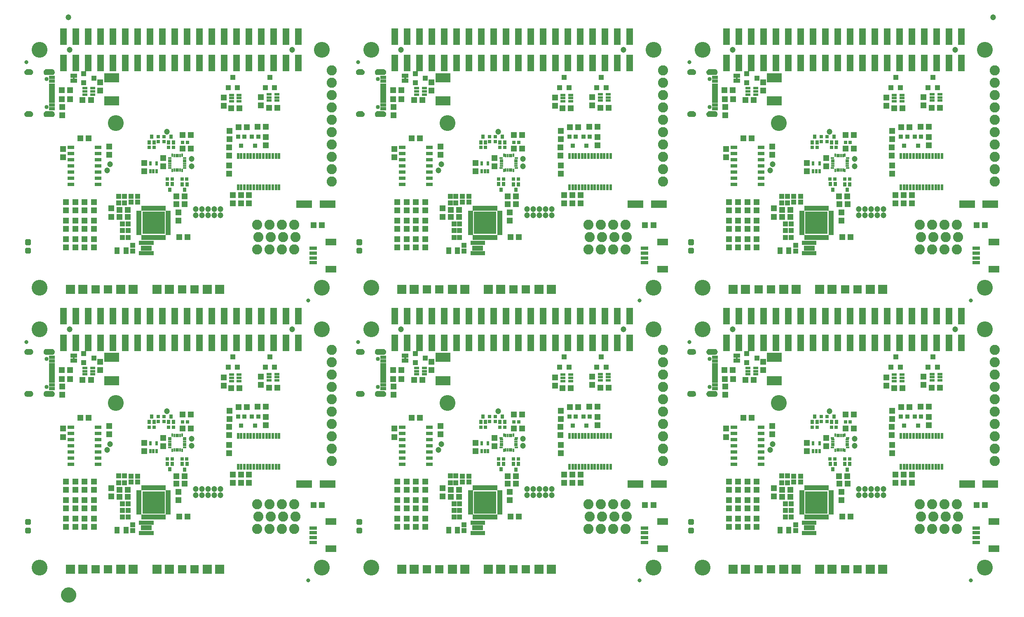
<source format=gts>
G04 EAGLE Gerber RS-274X export*
G75*
%MOMM*%
%FSLAX34Y34*%
%LPD*%
%INSoldermask Top*%
%IPPOS*%
%AMOC8*
5,1,8,0,0,1.08239X$1,22.5*%
G01*
%ADD10C,1.203200*%
%ADD11C,3.251200*%
%ADD12R,1.203200X1.303200*%
%ADD13R,1.303200X1.203200*%
%ADD14R,0.503200X1.203200*%
%ADD15R,3.203200X1.603200*%
%ADD16R,2.203200X1.403200*%
%ADD17R,1.553200X0.803200*%
%ADD18R,1.203200X0.503200*%
%ADD19R,1.203200X0.803200*%
%ADD20C,0.853200*%
%ADD21R,3.098800X1.879600*%
%ADD22R,1.473200X0.838200*%
%ADD23R,0.903200X0.903200*%
%ADD24R,1.003200X1.103200*%
%ADD25R,1.003200X0.603200*%
%ADD26R,1.103200X1.003200*%
%ADD27R,1.103200X1.053200*%
%ADD28R,1.053200X1.103200*%
%ADD29R,0.503200X0.903200*%
%ADD30R,2.203200X1.103200*%
%ADD31C,2.082800*%
%ADD32R,1.003200X1.403200*%
%ADD33C,0.505344*%
%ADD34R,0.487800X1.003200*%
%ADD35R,1.003200X0.487800*%
%ADD36R,4.603200X4.603200*%
%ADD37R,0.698200X0.453200*%
%ADD38R,0.803200X0.453200*%
%ADD39R,0.453200X0.698200*%
%ADD40R,0.453200X0.803200*%
%ADD41R,0.104000X0.453000*%
%ADD42R,0.453000X0.104000*%
%ADD43R,0.603200X0.953200*%
%ADD44R,0.663200X0.853200*%
%ADD45R,0.803200X0.803200*%
%ADD46R,1.879600X1.879600*%
%ADD47R,1.727200X1.727200*%
%ADD48R,1.403200X0.803200*%
%ADD49R,1.473200X3.378200*%
%ADD50C,0.838200*%
%ADD51C,1.270000*%
%ADD52C,1.703200*%

G36*
X60304Y1048175D02*
X60304Y1048175D01*
X60307Y1048173D01*
X61429Y1048328D01*
X61434Y1048333D01*
X61438Y1048330D01*
X62509Y1048701D01*
X62513Y1048707D01*
X62518Y1048705D01*
X63495Y1049277D01*
X63498Y1049284D01*
X63503Y1049283D01*
X64350Y1050035D01*
X64352Y1050042D01*
X64357Y1050042D01*
X65041Y1050946D01*
X65041Y1050953D01*
X65046Y1050954D01*
X65541Y1051973D01*
X65539Y1051980D01*
X65544Y1051982D01*
X65831Y1053078D01*
X65829Y1053083D01*
X65831Y1053084D01*
X65829Y1053086D01*
X65832Y1053088D01*
X65899Y1054219D01*
X65897Y1054222D01*
X65899Y1054225D01*
X65832Y1055355D01*
X65827Y1055361D01*
X65831Y1055365D01*
X65544Y1056461D01*
X65538Y1056466D01*
X65541Y1056470D01*
X65046Y1057489D01*
X65040Y1057493D01*
X65041Y1057498D01*
X64357Y1058401D01*
X64350Y1058403D01*
X64350Y1058408D01*
X63503Y1059160D01*
X63496Y1059161D01*
X63495Y1059166D01*
X62518Y1059738D01*
X62511Y1059738D01*
X62509Y1059742D01*
X61438Y1060113D01*
X61432Y1060111D01*
X61429Y1060116D01*
X60307Y1060270D01*
X60302Y1060268D01*
X60300Y1060271D01*
X48300Y1060271D01*
X48295Y1060267D01*
X48292Y1060270D01*
X47025Y1060066D01*
X47019Y1060060D01*
X47015Y1060063D01*
X45825Y1059581D01*
X45821Y1059574D01*
X45815Y1059576D01*
X44762Y1058842D01*
X44760Y1058834D01*
X44754Y1058834D01*
X43891Y1057884D01*
X43890Y1057876D01*
X43885Y1057875D01*
X43255Y1056757D01*
X43256Y1056749D01*
X43250Y1056747D01*
X42885Y1055516D01*
X42888Y1055509D01*
X42883Y1055506D01*
X42801Y1054225D01*
X42804Y1054221D01*
X42801Y1054218D01*
X42883Y1052938D01*
X42889Y1052931D01*
X42885Y1052927D01*
X43250Y1051696D01*
X43257Y1051692D01*
X43255Y1051686D01*
X43885Y1050568D01*
X43892Y1050565D01*
X43891Y1050559D01*
X44754Y1049609D01*
X44762Y1049607D01*
X44762Y1049602D01*
X45815Y1048867D01*
X45823Y1048868D01*
X45825Y1048862D01*
X47015Y1048381D01*
X47022Y1048383D01*
X47025Y1048378D01*
X48292Y1048173D01*
X48297Y1048176D01*
X48300Y1048172D01*
X60300Y1048172D01*
X60304Y1048175D01*
G37*
G36*
X741304Y1048175D02*
X741304Y1048175D01*
X741306Y1048173D01*
X742428Y1048328D01*
X742434Y1048333D01*
X742438Y1048330D01*
X743508Y1048701D01*
X743512Y1048707D01*
X743517Y1048705D01*
X744495Y1049277D01*
X744498Y1049284D01*
X744503Y1049283D01*
X745350Y1050035D01*
X745351Y1050042D01*
X745356Y1050042D01*
X746040Y1050946D01*
X746040Y1050953D01*
X746045Y1050954D01*
X746540Y1051973D01*
X746539Y1051980D01*
X746544Y1051982D01*
X746830Y1053078D01*
X746828Y1053083D01*
X746830Y1053084D01*
X746829Y1053086D01*
X746832Y1053088D01*
X746899Y1054219D01*
X746896Y1054222D01*
X746899Y1054225D01*
X746832Y1055355D01*
X746827Y1055361D01*
X746830Y1055365D01*
X746544Y1056461D01*
X746538Y1056466D01*
X746540Y1056470D01*
X746045Y1057489D01*
X746039Y1057493D01*
X746040Y1057498D01*
X745356Y1058401D01*
X745349Y1058403D01*
X745350Y1058408D01*
X744503Y1059160D01*
X744495Y1059161D01*
X744495Y1059166D01*
X743517Y1059738D01*
X743510Y1059738D01*
X743508Y1059742D01*
X742438Y1060113D01*
X742431Y1060111D01*
X742428Y1060116D01*
X741306Y1060270D01*
X741302Y1060268D01*
X741299Y1060271D01*
X729299Y1060271D01*
X729295Y1060267D01*
X729292Y1060270D01*
X728025Y1060066D01*
X728019Y1060060D01*
X728014Y1060063D01*
X726824Y1059581D01*
X726820Y1059574D01*
X726814Y1059576D01*
X725762Y1058842D01*
X725759Y1058834D01*
X725753Y1058834D01*
X724891Y1057884D01*
X724890Y1057876D01*
X724884Y1057875D01*
X724254Y1056757D01*
X724255Y1056749D01*
X724250Y1056747D01*
X723885Y1055516D01*
X723887Y1055509D01*
X723883Y1055506D01*
X723800Y1054225D01*
X723803Y1054221D01*
X723800Y1054218D01*
X723883Y1052938D01*
X723888Y1052931D01*
X723885Y1052927D01*
X724250Y1051696D01*
X724256Y1051692D01*
X724254Y1051686D01*
X724884Y1050568D01*
X724892Y1050565D01*
X724891Y1050559D01*
X725753Y1049609D01*
X725762Y1049607D01*
X725762Y1049602D01*
X726814Y1048867D01*
X726823Y1048868D01*
X726824Y1048862D01*
X728014Y1048381D01*
X728022Y1048383D01*
X728025Y1048378D01*
X729292Y1048173D01*
X729297Y1048176D01*
X729299Y1048172D01*
X741299Y1048172D01*
X741304Y1048175D01*
G37*
G36*
X1422278Y1048175D02*
X1422278Y1048175D01*
X1422280Y1048173D01*
X1423402Y1048328D01*
X1423408Y1048333D01*
X1423412Y1048330D01*
X1424482Y1048701D01*
X1424486Y1048707D01*
X1424491Y1048705D01*
X1425469Y1049277D01*
X1425472Y1049284D01*
X1425477Y1049283D01*
X1426324Y1050035D01*
X1426325Y1050042D01*
X1426330Y1050042D01*
X1427014Y1050946D01*
X1427014Y1050953D01*
X1427019Y1050954D01*
X1427514Y1051973D01*
X1427513Y1051980D01*
X1427518Y1051982D01*
X1427804Y1053078D01*
X1427802Y1053083D01*
X1427804Y1053084D01*
X1427803Y1053086D01*
X1427806Y1053088D01*
X1427873Y1054219D01*
X1427870Y1054222D01*
X1427873Y1054225D01*
X1427806Y1055355D01*
X1427801Y1055361D01*
X1427804Y1055365D01*
X1427518Y1056461D01*
X1427512Y1056466D01*
X1427514Y1056470D01*
X1427019Y1057489D01*
X1427013Y1057493D01*
X1427014Y1057498D01*
X1426330Y1058401D01*
X1426323Y1058403D01*
X1426324Y1058408D01*
X1425477Y1059160D01*
X1425469Y1059161D01*
X1425469Y1059166D01*
X1424491Y1059738D01*
X1424484Y1059738D01*
X1424482Y1059742D01*
X1423412Y1060113D01*
X1423405Y1060111D01*
X1423402Y1060116D01*
X1422280Y1060270D01*
X1422276Y1060268D01*
X1422273Y1060271D01*
X1410273Y1060271D01*
X1410269Y1060267D01*
X1410266Y1060270D01*
X1408999Y1060066D01*
X1408993Y1060060D01*
X1408988Y1060063D01*
X1407798Y1059581D01*
X1407794Y1059574D01*
X1407788Y1059576D01*
X1406736Y1058842D01*
X1406733Y1058834D01*
X1406727Y1058834D01*
X1405865Y1057884D01*
X1405864Y1057876D01*
X1405858Y1057875D01*
X1405228Y1056757D01*
X1405229Y1056749D01*
X1405224Y1056747D01*
X1404859Y1055516D01*
X1404861Y1055509D01*
X1404857Y1055506D01*
X1404774Y1054225D01*
X1404777Y1054221D01*
X1404774Y1054218D01*
X1404857Y1052938D01*
X1404862Y1052931D01*
X1404859Y1052927D01*
X1405224Y1051696D01*
X1405230Y1051692D01*
X1405228Y1051686D01*
X1405858Y1050568D01*
X1405866Y1050565D01*
X1405865Y1050559D01*
X1406727Y1049609D01*
X1406736Y1049607D01*
X1406736Y1049602D01*
X1407788Y1048867D01*
X1407797Y1048868D01*
X1407798Y1048862D01*
X1408988Y1048381D01*
X1408996Y1048383D01*
X1408999Y1048378D01*
X1410266Y1048173D01*
X1410271Y1048176D01*
X1410273Y1048172D01*
X1422273Y1048172D01*
X1422278Y1048175D01*
G37*
G36*
X1422278Y961775D02*
X1422278Y961775D01*
X1422280Y961773D01*
X1423402Y961928D01*
X1423408Y961933D01*
X1423412Y961930D01*
X1424482Y962301D01*
X1424486Y962307D01*
X1424491Y962305D01*
X1425469Y962877D01*
X1425472Y962884D01*
X1425477Y962883D01*
X1426324Y963635D01*
X1426325Y963642D01*
X1426330Y963642D01*
X1427014Y964546D01*
X1427014Y964553D01*
X1427019Y964554D01*
X1427514Y965573D01*
X1427513Y965580D01*
X1427518Y965582D01*
X1427804Y966678D01*
X1427802Y966683D01*
X1427804Y966684D01*
X1427803Y966686D01*
X1427806Y966688D01*
X1427873Y967819D01*
X1427870Y967822D01*
X1427873Y967825D01*
X1427806Y968955D01*
X1427801Y968961D01*
X1427804Y968965D01*
X1427518Y970061D01*
X1427512Y970066D01*
X1427514Y970070D01*
X1427019Y971089D01*
X1427013Y971093D01*
X1427014Y971098D01*
X1426330Y972001D01*
X1426323Y972003D01*
X1426324Y972008D01*
X1425477Y972760D01*
X1425469Y972761D01*
X1425469Y972766D01*
X1424491Y973338D01*
X1424484Y973338D01*
X1424482Y973342D01*
X1423412Y973713D01*
X1423405Y973711D01*
X1423402Y973716D01*
X1422280Y973870D01*
X1422276Y973868D01*
X1422273Y973871D01*
X1410273Y973871D01*
X1410269Y973867D01*
X1410266Y973870D01*
X1408999Y973666D01*
X1408993Y973660D01*
X1408988Y973663D01*
X1407798Y973181D01*
X1407794Y973174D01*
X1407788Y973176D01*
X1406736Y972442D01*
X1406733Y972434D01*
X1406727Y972434D01*
X1405865Y971484D01*
X1405864Y971476D01*
X1405858Y971475D01*
X1405228Y970357D01*
X1405229Y970349D01*
X1405224Y970347D01*
X1404859Y969116D01*
X1404861Y969109D01*
X1404857Y969106D01*
X1404774Y967825D01*
X1404777Y967821D01*
X1404774Y967818D01*
X1404857Y966538D01*
X1404862Y966531D01*
X1404859Y966527D01*
X1405224Y965296D01*
X1405230Y965292D01*
X1405228Y965286D01*
X1405858Y964168D01*
X1405866Y964165D01*
X1405865Y964159D01*
X1406727Y963209D01*
X1406736Y963207D01*
X1406736Y963202D01*
X1407788Y962467D01*
X1407797Y962468D01*
X1407798Y962462D01*
X1408988Y961981D01*
X1408996Y961983D01*
X1408999Y961978D01*
X1410266Y961773D01*
X1410271Y961776D01*
X1410273Y961772D01*
X1422273Y961772D01*
X1422278Y961775D01*
G37*
G36*
X60304Y961775D02*
X60304Y961775D01*
X60307Y961773D01*
X61429Y961928D01*
X61434Y961933D01*
X61438Y961930D01*
X62509Y962301D01*
X62513Y962307D01*
X62518Y962305D01*
X63495Y962877D01*
X63498Y962884D01*
X63503Y962883D01*
X64350Y963635D01*
X64352Y963642D01*
X64357Y963642D01*
X65041Y964546D01*
X65041Y964553D01*
X65046Y964554D01*
X65541Y965573D01*
X65539Y965580D01*
X65544Y965582D01*
X65831Y966678D01*
X65829Y966683D01*
X65831Y966684D01*
X65829Y966686D01*
X65832Y966688D01*
X65899Y967819D01*
X65897Y967822D01*
X65899Y967825D01*
X65832Y968955D01*
X65827Y968961D01*
X65831Y968965D01*
X65544Y970061D01*
X65538Y970066D01*
X65541Y970070D01*
X65046Y971089D01*
X65040Y971093D01*
X65041Y971098D01*
X64357Y972001D01*
X64350Y972003D01*
X64350Y972008D01*
X63503Y972760D01*
X63496Y972761D01*
X63495Y972766D01*
X62518Y973338D01*
X62511Y973338D01*
X62509Y973342D01*
X61438Y973713D01*
X61432Y973711D01*
X61429Y973716D01*
X60307Y973870D01*
X60302Y973868D01*
X60300Y973871D01*
X48300Y973871D01*
X48295Y973867D01*
X48292Y973870D01*
X47025Y973666D01*
X47019Y973660D01*
X47015Y973663D01*
X45825Y973181D01*
X45821Y973174D01*
X45815Y973176D01*
X44762Y972442D01*
X44760Y972434D01*
X44754Y972434D01*
X43891Y971484D01*
X43890Y971476D01*
X43885Y971475D01*
X43255Y970357D01*
X43256Y970349D01*
X43250Y970347D01*
X42885Y969116D01*
X42888Y969109D01*
X42883Y969106D01*
X42801Y967825D01*
X42804Y967821D01*
X42801Y967818D01*
X42883Y966538D01*
X42889Y966531D01*
X42885Y966527D01*
X43250Y965296D01*
X43257Y965292D01*
X43255Y965286D01*
X43885Y964168D01*
X43892Y964165D01*
X43891Y964159D01*
X44754Y963209D01*
X44762Y963207D01*
X44762Y963202D01*
X45815Y962467D01*
X45823Y962468D01*
X45825Y962462D01*
X47015Y961981D01*
X47022Y961983D01*
X47025Y961978D01*
X48292Y961773D01*
X48297Y961776D01*
X48300Y961772D01*
X60300Y961772D01*
X60304Y961775D01*
G37*
G36*
X741304Y961775D02*
X741304Y961775D01*
X741306Y961773D01*
X742428Y961928D01*
X742434Y961933D01*
X742438Y961930D01*
X743508Y962301D01*
X743512Y962307D01*
X743517Y962305D01*
X744495Y962877D01*
X744498Y962884D01*
X744503Y962883D01*
X745350Y963635D01*
X745351Y963642D01*
X745356Y963642D01*
X746040Y964546D01*
X746040Y964553D01*
X746045Y964554D01*
X746540Y965573D01*
X746539Y965580D01*
X746544Y965582D01*
X746830Y966678D01*
X746828Y966683D01*
X746830Y966684D01*
X746829Y966686D01*
X746832Y966688D01*
X746899Y967819D01*
X746896Y967822D01*
X746899Y967825D01*
X746832Y968955D01*
X746827Y968961D01*
X746830Y968965D01*
X746544Y970061D01*
X746538Y970066D01*
X746540Y970070D01*
X746045Y971089D01*
X746039Y971093D01*
X746040Y971098D01*
X745356Y972001D01*
X745349Y972003D01*
X745350Y972008D01*
X744503Y972760D01*
X744495Y972761D01*
X744495Y972766D01*
X743517Y973338D01*
X743510Y973338D01*
X743508Y973342D01*
X742438Y973713D01*
X742431Y973711D01*
X742428Y973716D01*
X741306Y973870D01*
X741302Y973868D01*
X741299Y973871D01*
X729299Y973871D01*
X729295Y973867D01*
X729292Y973870D01*
X728025Y973666D01*
X728019Y973660D01*
X728014Y973663D01*
X726824Y973181D01*
X726820Y973174D01*
X726814Y973176D01*
X725762Y972442D01*
X725759Y972434D01*
X725753Y972434D01*
X724891Y971484D01*
X724890Y971476D01*
X724884Y971475D01*
X724254Y970357D01*
X724255Y970349D01*
X724250Y970347D01*
X723885Y969116D01*
X723887Y969109D01*
X723883Y969106D01*
X723800Y967825D01*
X723803Y967821D01*
X723800Y967818D01*
X723883Y966538D01*
X723888Y966531D01*
X723885Y966527D01*
X724250Y965296D01*
X724256Y965292D01*
X724254Y965286D01*
X724884Y964168D01*
X724892Y964165D01*
X724891Y964159D01*
X725753Y963209D01*
X725762Y963207D01*
X725762Y963202D01*
X726814Y962467D01*
X726823Y962468D01*
X726824Y962462D01*
X728014Y961981D01*
X728022Y961983D01*
X728025Y961978D01*
X729292Y961773D01*
X729297Y961776D01*
X729299Y961772D01*
X741299Y961772D01*
X741304Y961775D01*
G37*
G36*
X741304Y472764D02*
X741304Y472764D01*
X741306Y472761D01*
X742428Y472916D01*
X742434Y472921D01*
X742438Y472918D01*
X743508Y473289D01*
X743512Y473295D01*
X743517Y473293D01*
X744495Y473866D01*
X744498Y473872D01*
X744503Y473871D01*
X745350Y474624D01*
X745351Y474631D01*
X745356Y474631D01*
X746040Y475534D01*
X746040Y475541D01*
X746045Y475542D01*
X746540Y476561D01*
X746539Y476568D01*
X746544Y476570D01*
X746830Y477667D01*
X746828Y477671D01*
X746830Y477672D01*
X746829Y477674D01*
X746832Y477676D01*
X746899Y478807D01*
X746896Y478811D01*
X746899Y478813D01*
X746832Y479944D01*
X746827Y479949D01*
X746830Y479953D01*
X746544Y481050D01*
X746538Y481054D01*
X746540Y481059D01*
X746045Y482078D01*
X746039Y482081D01*
X746040Y482086D01*
X745356Y482989D01*
X745349Y482991D01*
X745350Y482996D01*
X744503Y483749D01*
X744495Y483749D01*
X744495Y483754D01*
X743517Y484327D01*
X743510Y484326D01*
X743508Y484331D01*
X742438Y484702D01*
X742431Y484699D01*
X742428Y484704D01*
X741306Y484859D01*
X741302Y484856D01*
X741299Y484859D01*
X729299Y484859D01*
X729295Y484856D01*
X729292Y484859D01*
X728025Y484654D01*
X728019Y484648D01*
X728014Y484651D01*
X726824Y484169D01*
X726820Y484162D01*
X726814Y484164D01*
X725762Y483430D01*
X725759Y483422D01*
X725753Y483423D01*
X724891Y482473D01*
X724890Y482464D01*
X724884Y482464D01*
X724254Y481345D01*
X724255Y481337D01*
X724250Y481335D01*
X723885Y480105D01*
X723887Y480097D01*
X723883Y480094D01*
X723800Y478813D01*
X723803Y478809D01*
X723800Y478807D01*
X723883Y477526D01*
X723888Y477520D01*
X723885Y477515D01*
X724250Y476285D01*
X724256Y476280D01*
X724254Y476275D01*
X724884Y475156D01*
X724892Y475153D01*
X724891Y475147D01*
X725753Y474197D01*
X725762Y474196D01*
X725762Y474190D01*
X726814Y473456D01*
X726823Y473456D01*
X726824Y473451D01*
X728014Y472969D01*
X728022Y472971D01*
X728025Y472966D01*
X729292Y472761D01*
X729297Y472764D01*
X729299Y472761D01*
X741299Y472761D01*
X741304Y472764D01*
G37*
G36*
X60304Y472764D02*
X60304Y472764D01*
X60307Y472761D01*
X61429Y472916D01*
X61434Y472921D01*
X61438Y472918D01*
X62509Y473289D01*
X62513Y473295D01*
X62518Y473293D01*
X63495Y473866D01*
X63498Y473872D01*
X63503Y473871D01*
X64350Y474624D01*
X64352Y474631D01*
X64357Y474631D01*
X65041Y475534D01*
X65041Y475541D01*
X65046Y475542D01*
X65541Y476561D01*
X65539Y476568D01*
X65544Y476570D01*
X65831Y477667D01*
X65829Y477671D01*
X65831Y477672D01*
X65829Y477674D01*
X65832Y477676D01*
X65899Y478807D01*
X65897Y478811D01*
X65899Y478813D01*
X65832Y479944D01*
X65827Y479949D01*
X65831Y479953D01*
X65544Y481050D01*
X65538Y481054D01*
X65541Y481059D01*
X65046Y482078D01*
X65040Y482081D01*
X65041Y482086D01*
X64357Y482989D01*
X64350Y482991D01*
X64350Y482996D01*
X63503Y483749D01*
X63496Y483749D01*
X63495Y483754D01*
X62518Y484327D01*
X62511Y484326D01*
X62509Y484331D01*
X61438Y484702D01*
X61432Y484699D01*
X61429Y484704D01*
X60307Y484859D01*
X60302Y484856D01*
X60300Y484859D01*
X48300Y484859D01*
X48295Y484856D01*
X48292Y484859D01*
X47025Y484654D01*
X47019Y484648D01*
X47015Y484651D01*
X45825Y484169D01*
X45821Y484162D01*
X45815Y484164D01*
X44762Y483430D01*
X44760Y483422D01*
X44754Y483423D01*
X43891Y482473D01*
X43890Y482464D01*
X43885Y482464D01*
X43255Y481345D01*
X43256Y481337D01*
X43250Y481335D01*
X42885Y480105D01*
X42888Y480097D01*
X42883Y480094D01*
X42801Y478813D01*
X42804Y478809D01*
X42801Y478807D01*
X42883Y477526D01*
X42889Y477520D01*
X42885Y477515D01*
X43250Y476285D01*
X43257Y476280D01*
X43255Y476275D01*
X43885Y475156D01*
X43892Y475153D01*
X43891Y475147D01*
X44754Y474197D01*
X44762Y474196D01*
X44762Y474190D01*
X45815Y473456D01*
X45823Y473456D01*
X45825Y473451D01*
X47015Y472969D01*
X47022Y472971D01*
X47025Y472966D01*
X48292Y472761D01*
X48297Y472764D01*
X48300Y472761D01*
X60300Y472761D01*
X60304Y472764D01*
G37*
G36*
X1422278Y472764D02*
X1422278Y472764D01*
X1422280Y472761D01*
X1423402Y472916D01*
X1423408Y472921D01*
X1423412Y472918D01*
X1424482Y473289D01*
X1424486Y473295D01*
X1424491Y473293D01*
X1425469Y473866D01*
X1425472Y473872D01*
X1425477Y473871D01*
X1426324Y474624D01*
X1426325Y474631D01*
X1426330Y474631D01*
X1427014Y475534D01*
X1427014Y475541D01*
X1427019Y475542D01*
X1427514Y476561D01*
X1427513Y476568D01*
X1427518Y476570D01*
X1427804Y477667D01*
X1427802Y477671D01*
X1427804Y477672D01*
X1427803Y477674D01*
X1427806Y477676D01*
X1427873Y478807D01*
X1427870Y478811D01*
X1427873Y478813D01*
X1427806Y479944D01*
X1427801Y479949D01*
X1427804Y479953D01*
X1427518Y481050D01*
X1427512Y481054D01*
X1427514Y481059D01*
X1427019Y482078D01*
X1427013Y482081D01*
X1427014Y482086D01*
X1426330Y482989D01*
X1426323Y482991D01*
X1426324Y482996D01*
X1425477Y483749D01*
X1425469Y483749D01*
X1425469Y483754D01*
X1424491Y484327D01*
X1424484Y484326D01*
X1424482Y484331D01*
X1423412Y484702D01*
X1423405Y484699D01*
X1423402Y484704D01*
X1422280Y484859D01*
X1422276Y484856D01*
X1422273Y484859D01*
X1410273Y484859D01*
X1410269Y484856D01*
X1410266Y484859D01*
X1408999Y484654D01*
X1408993Y484648D01*
X1408988Y484651D01*
X1407798Y484169D01*
X1407794Y484162D01*
X1407788Y484164D01*
X1406736Y483430D01*
X1406733Y483422D01*
X1406727Y483423D01*
X1405865Y482473D01*
X1405864Y482464D01*
X1405858Y482464D01*
X1405228Y481345D01*
X1405229Y481337D01*
X1405224Y481335D01*
X1404859Y480105D01*
X1404861Y480097D01*
X1404857Y480094D01*
X1404774Y478813D01*
X1404777Y478809D01*
X1404774Y478807D01*
X1404857Y477526D01*
X1404862Y477520D01*
X1404859Y477515D01*
X1405224Y476285D01*
X1405230Y476280D01*
X1405228Y476275D01*
X1405858Y475156D01*
X1405866Y475153D01*
X1405865Y475147D01*
X1406727Y474197D01*
X1406736Y474196D01*
X1406736Y474190D01*
X1407788Y473456D01*
X1407797Y473456D01*
X1407798Y473451D01*
X1408988Y472969D01*
X1408996Y472971D01*
X1408999Y472966D01*
X1410266Y472761D01*
X1410271Y472764D01*
X1410273Y472761D01*
X1422273Y472761D01*
X1422278Y472764D01*
G37*
G36*
X60304Y386364D02*
X60304Y386364D01*
X60307Y386361D01*
X61429Y386516D01*
X61434Y386521D01*
X61438Y386518D01*
X62509Y386889D01*
X62513Y386895D01*
X62518Y386893D01*
X63495Y387466D01*
X63498Y387472D01*
X63503Y387471D01*
X64350Y388224D01*
X64352Y388231D01*
X64357Y388231D01*
X65041Y389134D01*
X65041Y389141D01*
X65046Y389142D01*
X65541Y390161D01*
X65539Y390168D01*
X65544Y390170D01*
X65831Y391267D01*
X65829Y391271D01*
X65831Y391272D01*
X65829Y391274D01*
X65832Y391276D01*
X65899Y392407D01*
X65897Y392411D01*
X65899Y392413D01*
X65832Y393544D01*
X65827Y393549D01*
X65831Y393553D01*
X65544Y394650D01*
X65538Y394654D01*
X65541Y394659D01*
X65046Y395678D01*
X65040Y395681D01*
X65041Y395686D01*
X64357Y396589D01*
X64350Y396591D01*
X64350Y396596D01*
X63503Y397349D01*
X63496Y397349D01*
X63495Y397354D01*
X62518Y397927D01*
X62511Y397926D01*
X62509Y397931D01*
X61438Y398302D01*
X61432Y398299D01*
X61429Y398304D01*
X60307Y398459D01*
X60302Y398456D01*
X60300Y398459D01*
X48300Y398459D01*
X48295Y398456D01*
X48292Y398459D01*
X47025Y398254D01*
X47019Y398248D01*
X47015Y398251D01*
X45825Y397769D01*
X45821Y397762D01*
X45815Y397764D01*
X44762Y397030D01*
X44760Y397022D01*
X44754Y397023D01*
X43891Y396073D01*
X43890Y396064D01*
X43885Y396064D01*
X43255Y394945D01*
X43256Y394937D01*
X43250Y394935D01*
X42885Y393705D01*
X42888Y393697D01*
X42883Y393694D01*
X42801Y392413D01*
X42804Y392409D01*
X42801Y392407D01*
X42883Y391126D01*
X42889Y391120D01*
X42885Y391115D01*
X43250Y389885D01*
X43257Y389880D01*
X43255Y389875D01*
X43885Y388756D01*
X43892Y388753D01*
X43891Y388747D01*
X44754Y387797D01*
X44762Y387796D01*
X44762Y387790D01*
X45815Y387056D01*
X45823Y387056D01*
X45825Y387051D01*
X47015Y386569D01*
X47022Y386571D01*
X47025Y386566D01*
X48292Y386361D01*
X48297Y386364D01*
X48300Y386361D01*
X60300Y386361D01*
X60304Y386364D01*
G37*
G36*
X741304Y386364D02*
X741304Y386364D01*
X741306Y386361D01*
X742428Y386516D01*
X742434Y386521D01*
X742438Y386518D01*
X743508Y386889D01*
X743512Y386895D01*
X743517Y386893D01*
X744495Y387466D01*
X744498Y387472D01*
X744503Y387471D01*
X745350Y388224D01*
X745351Y388231D01*
X745356Y388231D01*
X746040Y389134D01*
X746040Y389141D01*
X746045Y389142D01*
X746540Y390161D01*
X746539Y390168D01*
X746544Y390170D01*
X746830Y391267D01*
X746828Y391271D01*
X746830Y391272D01*
X746829Y391274D01*
X746832Y391276D01*
X746899Y392407D01*
X746896Y392411D01*
X746899Y392413D01*
X746832Y393544D01*
X746827Y393549D01*
X746830Y393553D01*
X746544Y394650D01*
X746538Y394654D01*
X746540Y394659D01*
X746045Y395678D01*
X746039Y395681D01*
X746040Y395686D01*
X745356Y396589D01*
X745349Y396591D01*
X745350Y396596D01*
X744503Y397349D01*
X744495Y397349D01*
X744495Y397354D01*
X743517Y397927D01*
X743510Y397926D01*
X743508Y397931D01*
X742438Y398302D01*
X742431Y398299D01*
X742428Y398304D01*
X741306Y398459D01*
X741302Y398456D01*
X741299Y398459D01*
X729299Y398459D01*
X729295Y398456D01*
X729292Y398459D01*
X728025Y398254D01*
X728019Y398248D01*
X728014Y398251D01*
X726824Y397769D01*
X726820Y397762D01*
X726814Y397764D01*
X725762Y397030D01*
X725759Y397022D01*
X725753Y397023D01*
X724891Y396073D01*
X724890Y396064D01*
X724884Y396064D01*
X724254Y394945D01*
X724255Y394937D01*
X724250Y394935D01*
X723885Y393705D01*
X723887Y393697D01*
X723883Y393694D01*
X723800Y392413D01*
X723803Y392409D01*
X723800Y392407D01*
X723883Y391126D01*
X723888Y391120D01*
X723885Y391115D01*
X724250Y389885D01*
X724256Y389880D01*
X724254Y389875D01*
X724884Y388756D01*
X724892Y388753D01*
X724891Y388747D01*
X725753Y387797D01*
X725762Y387796D01*
X725762Y387790D01*
X726814Y387056D01*
X726823Y387056D01*
X726824Y387051D01*
X728014Y386569D01*
X728022Y386571D01*
X728025Y386566D01*
X729292Y386361D01*
X729297Y386364D01*
X729299Y386361D01*
X741299Y386361D01*
X741304Y386364D01*
G37*
G36*
X1422278Y386364D02*
X1422278Y386364D01*
X1422280Y386361D01*
X1423402Y386516D01*
X1423408Y386521D01*
X1423412Y386518D01*
X1424482Y386889D01*
X1424486Y386895D01*
X1424491Y386893D01*
X1425469Y387466D01*
X1425472Y387472D01*
X1425477Y387471D01*
X1426324Y388224D01*
X1426325Y388231D01*
X1426330Y388231D01*
X1427014Y389134D01*
X1427014Y389141D01*
X1427019Y389142D01*
X1427514Y390161D01*
X1427513Y390168D01*
X1427518Y390170D01*
X1427804Y391267D01*
X1427802Y391271D01*
X1427804Y391272D01*
X1427803Y391274D01*
X1427806Y391276D01*
X1427873Y392407D01*
X1427870Y392411D01*
X1427873Y392413D01*
X1427806Y393544D01*
X1427801Y393549D01*
X1427804Y393553D01*
X1427518Y394650D01*
X1427512Y394654D01*
X1427514Y394659D01*
X1427019Y395678D01*
X1427013Y395681D01*
X1427014Y395686D01*
X1426330Y396589D01*
X1426323Y396591D01*
X1426324Y396596D01*
X1425477Y397349D01*
X1425469Y397349D01*
X1425469Y397354D01*
X1424491Y397927D01*
X1424484Y397926D01*
X1424482Y397931D01*
X1423412Y398302D01*
X1423405Y398299D01*
X1423402Y398304D01*
X1422280Y398459D01*
X1422276Y398456D01*
X1422273Y398459D01*
X1410273Y398459D01*
X1410269Y398456D01*
X1410266Y398459D01*
X1408999Y398254D01*
X1408993Y398248D01*
X1408988Y398251D01*
X1407798Y397769D01*
X1407794Y397762D01*
X1407788Y397764D01*
X1406736Y397030D01*
X1406733Y397022D01*
X1406727Y397023D01*
X1405865Y396073D01*
X1405864Y396064D01*
X1405858Y396064D01*
X1405228Y394945D01*
X1405229Y394937D01*
X1405224Y394935D01*
X1404859Y393705D01*
X1404861Y393697D01*
X1404857Y393694D01*
X1404774Y392413D01*
X1404777Y392409D01*
X1404774Y392407D01*
X1404857Y391126D01*
X1404862Y391120D01*
X1404859Y391115D01*
X1405224Y389885D01*
X1405230Y389880D01*
X1405228Y389875D01*
X1405858Y388756D01*
X1405866Y388753D01*
X1405865Y388747D01*
X1406727Y387797D01*
X1406736Y387796D01*
X1406736Y387790D01*
X1407788Y387056D01*
X1407797Y387056D01*
X1407798Y387051D01*
X1408988Y386569D01*
X1408996Y386571D01*
X1408999Y386566D01*
X1410266Y386361D01*
X1410271Y386364D01*
X1410273Y386361D01*
X1422273Y386361D01*
X1422278Y386364D01*
G37*
G36*
X1377476Y1048175D02*
X1377476Y1048175D01*
X1377478Y1048173D01*
X1378654Y1048283D01*
X1378659Y1048288D01*
X1378663Y1048285D01*
X1379795Y1048623D01*
X1379799Y1048629D01*
X1379804Y1048627D01*
X1380848Y1049180D01*
X1380851Y1049186D01*
X1380856Y1049185D01*
X1381772Y1049930D01*
X1381774Y1049937D01*
X1381779Y1049937D01*
X1382532Y1050847D01*
X1382532Y1050854D01*
X1382537Y1050855D01*
X1383099Y1051894D01*
X1383098Y1051899D01*
X1383101Y1051902D01*
X1383101Y1051903D01*
X1383102Y1051903D01*
X1383450Y1053032D01*
X1383449Y1053034D01*
X1383450Y1053035D01*
X1383448Y1053039D01*
X1383447Y1053039D01*
X1383452Y1053042D01*
X1383572Y1054217D01*
X1383568Y1054223D01*
X1383572Y1054227D01*
X1383416Y1055567D01*
X1383410Y1055573D01*
X1383413Y1055578D01*
X1382962Y1056850D01*
X1382955Y1056854D01*
X1382958Y1056860D01*
X1382235Y1057999D01*
X1382227Y1058002D01*
X1382228Y1058008D01*
X1381270Y1058958D01*
X1381262Y1058959D01*
X1381261Y1058965D01*
X1380116Y1059678D01*
X1380108Y1059677D01*
X1380106Y1059682D01*
X1378831Y1060123D01*
X1378823Y1060120D01*
X1378820Y1060125D01*
X1377479Y1060271D01*
X1377475Y1060268D01*
X1377473Y1060271D01*
X1371473Y1060271D01*
X1371470Y1060268D01*
X1371468Y1060271D01*
X1370139Y1060115D01*
X1370133Y1060109D01*
X1370128Y1060113D01*
X1368867Y1059665D01*
X1368862Y1059659D01*
X1368857Y1059661D01*
X1367727Y1058944D01*
X1367724Y1058936D01*
X1367719Y1058937D01*
X1366776Y1057987D01*
X1366775Y1057979D01*
X1366770Y1057978D01*
X1366062Y1056843D01*
X1366063Y1056834D01*
X1366058Y1056833D01*
X1365621Y1055568D01*
X1365624Y1055560D01*
X1365619Y1055557D01*
X1365474Y1054227D01*
X1365478Y1054221D01*
X1365474Y1054217D01*
X1365584Y1053051D01*
X1365589Y1053046D01*
X1365586Y1053041D01*
X1365921Y1051919D01*
X1365927Y1051915D01*
X1365925Y1051910D01*
X1366473Y1050875D01*
X1366480Y1050872D01*
X1366478Y1050867D01*
X1367218Y1049958D01*
X1367225Y1049957D01*
X1367224Y1049951D01*
X1368127Y1049205D01*
X1368134Y1049204D01*
X1368135Y1049199D01*
X1369165Y1048643D01*
X1369173Y1048644D01*
X1369174Y1048639D01*
X1370294Y1048294D01*
X1370301Y1048297D01*
X1370303Y1048292D01*
X1371468Y1048173D01*
X1371472Y1048175D01*
X1371473Y1048172D01*
X1377473Y1048172D01*
X1377476Y1048175D01*
G37*
G36*
X15503Y1048175D02*
X15503Y1048175D01*
X15505Y1048173D01*
X16681Y1048283D01*
X16686Y1048288D01*
X16690Y1048285D01*
X17822Y1048623D01*
X17826Y1048629D01*
X17831Y1048627D01*
X18875Y1049180D01*
X18878Y1049186D01*
X18883Y1049185D01*
X19799Y1049930D01*
X19800Y1049937D01*
X19806Y1049937D01*
X20559Y1050847D01*
X20559Y1050854D01*
X20564Y1050855D01*
X21125Y1051894D01*
X21124Y1051899D01*
X21128Y1051902D01*
X21127Y1051903D01*
X21129Y1051903D01*
X21476Y1053032D01*
X21476Y1053034D01*
X21477Y1053035D01*
X21474Y1053039D01*
X21478Y1053042D01*
X21599Y1054217D01*
X21595Y1054223D01*
X21599Y1054227D01*
X21442Y1055567D01*
X21437Y1055573D01*
X21440Y1055578D01*
X20989Y1056850D01*
X20982Y1056854D01*
X20984Y1056860D01*
X20262Y1057999D01*
X20254Y1058002D01*
X20255Y1058008D01*
X19297Y1058958D01*
X19289Y1058959D01*
X19288Y1058965D01*
X18143Y1059678D01*
X18135Y1059677D01*
X18133Y1059682D01*
X16857Y1060123D01*
X16850Y1060120D01*
X16847Y1060125D01*
X15505Y1060271D01*
X15502Y1060268D01*
X15500Y1060271D01*
X9500Y1060271D01*
X9497Y1060268D01*
X9494Y1060271D01*
X8165Y1060115D01*
X8159Y1060109D01*
X8155Y1060113D01*
X6894Y1059665D01*
X6889Y1059659D01*
X6884Y1059661D01*
X5754Y1058944D01*
X5751Y1058936D01*
X5745Y1058937D01*
X4803Y1057987D01*
X4802Y1057979D01*
X4796Y1057978D01*
X4089Y1056843D01*
X4090Y1056834D01*
X4084Y1056833D01*
X3648Y1055568D01*
X3650Y1055560D01*
X3645Y1055557D01*
X3501Y1054227D01*
X3505Y1054221D01*
X3501Y1054217D01*
X3611Y1053051D01*
X3616Y1053046D01*
X3613Y1053041D01*
X3948Y1051919D01*
X3954Y1051915D01*
X3952Y1051910D01*
X4500Y1050875D01*
X4506Y1050872D01*
X4505Y1050867D01*
X5244Y1049958D01*
X5251Y1049957D01*
X5251Y1049951D01*
X6153Y1049205D01*
X6161Y1049204D01*
X6161Y1049199D01*
X7192Y1048643D01*
X7199Y1048644D01*
X7201Y1048639D01*
X8320Y1048294D01*
X8327Y1048297D01*
X8330Y1048292D01*
X9495Y1048173D01*
X9498Y1048175D01*
X9500Y1048172D01*
X15500Y1048172D01*
X15503Y1048175D01*
G37*
G36*
X696502Y1048175D02*
X696502Y1048175D01*
X696504Y1048173D01*
X697680Y1048283D01*
X697685Y1048288D01*
X697689Y1048285D01*
X698821Y1048623D01*
X698825Y1048629D01*
X698830Y1048627D01*
X699874Y1049180D01*
X699877Y1049186D01*
X699882Y1049185D01*
X700798Y1049930D01*
X700800Y1049937D01*
X700805Y1049937D01*
X701558Y1050847D01*
X701558Y1050854D01*
X701563Y1050855D01*
X702125Y1051894D01*
X702124Y1051899D01*
X702127Y1051902D01*
X702127Y1051903D01*
X702128Y1051903D01*
X702476Y1053032D01*
X702475Y1053034D01*
X702476Y1053035D01*
X702474Y1053039D01*
X702473Y1053039D01*
X702478Y1053042D01*
X702598Y1054217D01*
X702594Y1054223D01*
X702598Y1054227D01*
X702442Y1055567D01*
X702436Y1055573D01*
X702439Y1055578D01*
X701988Y1056850D01*
X701981Y1056854D01*
X701984Y1056860D01*
X701261Y1057999D01*
X701253Y1058002D01*
X701254Y1058008D01*
X700296Y1058958D01*
X700288Y1058959D01*
X700287Y1058965D01*
X699142Y1059678D01*
X699134Y1059677D01*
X699132Y1059682D01*
X697857Y1060123D01*
X697849Y1060120D01*
X697846Y1060125D01*
X696505Y1060271D01*
X696501Y1060268D01*
X696499Y1060271D01*
X690499Y1060271D01*
X690496Y1060268D01*
X690494Y1060271D01*
X689165Y1060115D01*
X689159Y1060109D01*
X689154Y1060113D01*
X687893Y1059665D01*
X687888Y1059659D01*
X687883Y1059661D01*
X686753Y1058944D01*
X686750Y1058936D01*
X686745Y1058937D01*
X685802Y1057987D01*
X685801Y1057979D01*
X685796Y1057978D01*
X685088Y1056843D01*
X685089Y1056834D01*
X685084Y1056833D01*
X684647Y1055568D01*
X684650Y1055560D01*
X684645Y1055557D01*
X684500Y1054227D01*
X684504Y1054221D01*
X684500Y1054217D01*
X684610Y1053051D01*
X684615Y1053046D01*
X684612Y1053041D01*
X684947Y1051919D01*
X684953Y1051915D01*
X684951Y1051910D01*
X685499Y1050875D01*
X685506Y1050872D01*
X685504Y1050867D01*
X686244Y1049958D01*
X686251Y1049957D01*
X686250Y1049951D01*
X687153Y1049205D01*
X687160Y1049204D01*
X687161Y1049199D01*
X688191Y1048643D01*
X688199Y1048644D01*
X688200Y1048639D01*
X689320Y1048294D01*
X689327Y1048297D01*
X689329Y1048292D01*
X690494Y1048173D01*
X690498Y1048175D01*
X690499Y1048172D01*
X696499Y1048172D01*
X696502Y1048175D01*
G37*
G36*
X1377476Y961775D02*
X1377476Y961775D01*
X1377478Y961773D01*
X1378654Y961883D01*
X1378659Y961888D01*
X1378663Y961885D01*
X1379795Y962223D01*
X1379799Y962229D01*
X1379804Y962227D01*
X1380848Y962780D01*
X1380851Y962786D01*
X1380856Y962785D01*
X1381772Y963530D01*
X1381774Y963537D01*
X1381779Y963537D01*
X1382532Y964447D01*
X1382532Y964454D01*
X1382537Y964455D01*
X1383099Y965494D01*
X1383098Y965499D01*
X1383101Y965502D01*
X1383101Y965503D01*
X1383102Y965503D01*
X1383450Y966632D01*
X1383449Y966634D01*
X1383450Y966635D01*
X1383448Y966639D01*
X1383447Y966639D01*
X1383452Y966642D01*
X1383572Y967817D01*
X1383568Y967823D01*
X1383572Y967827D01*
X1383416Y969167D01*
X1383410Y969173D01*
X1383413Y969178D01*
X1382962Y970450D01*
X1382955Y970454D01*
X1382958Y970460D01*
X1382235Y971599D01*
X1382227Y971602D01*
X1382228Y971608D01*
X1381270Y972558D01*
X1381262Y972559D01*
X1381261Y972565D01*
X1380116Y973278D01*
X1380108Y973277D01*
X1380106Y973282D01*
X1378831Y973723D01*
X1378823Y973720D01*
X1378820Y973725D01*
X1377479Y973871D01*
X1377475Y973868D01*
X1377473Y973871D01*
X1371473Y973871D01*
X1371470Y973868D01*
X1371468Y973871D01*
X1370139Y973715D01*
X1370133Y973709D01*
X1370128Y973713D01*
X1368867Y973265D01*
X1368862Y973259D01*
X1368857Y973261D01*
X1367727Y972544D01*
X1367724Y972536D01*
X1367719Y972537D01*
X1366776Y971587D01*
X1366775Y971579D01*
X1366770Y971578D01*
X1366062Y970443D01*
X1366063Y970434D01*
X1366058Y970433D01*
X1365621Y969168D01*
X1365624Y969160D01*
X1365619Y969157D01*
X1365474Y967827D01*
X1365478Y967821D01*
X1365474Y967817D01*
X1365584Y966651D01*
X1365589Y966646D01*
X1365586Y966641D01*
X1365921Y965519D01*
X1365927Y965515D01*
X1365925Y965510D01*
X1366473Y964475D01*
X1366480Y964472D01*
X1366478Y964467D01*
X1367218Y963558D01*
X1367225Y963557D01*
X1367224Y963551D01*
X1368127Y962805D01*
X1368134Y962804D01*
X1368135Y962799D01*
X1369165Y962243D01*
X1369173Y962244D01*
X1369174Y962239D01*
X1370294Y961894D01*
X1370301Y961897D01*
X1370303Y961892D01*
X1371468Y961773D01*
X1371472Y961775D01*
X1371473Y961772D01*
X1377473Y961772D01*
X1377476Y961775D01*
G37*
G36*
X15503Y961775D02*
X15503Y961775D01*
X15505Y961773D01*
X16681Y961883D01*
X16686Y961888D01*
X16690Y961885D01*
X17822Y962223D01*
X17826Y962229D01*
X17831Y962227D01*
X18875Y962780D01*
X18878Y962786D01*
X18883Y962785D01*
X19799Y963530D01*
X19800Y963537D01*
X19806Y963537D01*
X20559Y964447D01*
X20559Y964454D01*
X20564Y964455D01*
X21125Y965494D01*
X21124Y965499D01*
X21128Y965502D01*
X21127Y965503D01*
X21129Y965503D01*
X21476Y966632D01*
X21476Y966634D01*
X21477Y966635D01*
X21474Y966639D01*
X21478Y966642D01*
X21599Y967817D01*
X21595Y967823D01*
X21599Y967827D01*
X21442Y969167D01*
X21437Y969173D01*
X21440Y969178D01*
X20989Y970450D01*
X20982Y970454D01*
X20984Y970460D01*
X20262Y971599D01*
X20254Y971602D01*
X20255Y971608D01*
X19297Y972558D01*
X19289Y972559D01*
X19288Y972565D01*
X18143Y973278D01*
X18135Y973277D01*
X18133Y973282D01*
X16857Y973723D01*
X16850Y973720D01*
X16847Y973725D01*
X15505Y973871D01*
X15502Y973868D01*
X15500Y973871D01*
X9500Y973871D01*
X9497Y973868D01*
X9494Y973871D01*
X8165Y973715D01*
X8159Y973709D01*
X8155Y973713D01*
X6894Y973265D01*
X6889Y973259D01*
X6884Y973261D01*
X5754Y972544D01*
X5751Y972536D01*
X5745Y972537D01*
X4803Y971587D01*
X4802Y971579D01*
X4796Y971578D01*
X4089Y970443D01*
X4090Y970434D01*
X4084Y970433D01*
X3648Y969168D01*
X3650Y969160D01*
X3645Y969157D01*
X3501Y967827D01*
X3505Y967821D01*
X3501Y967817D01*
X3611Y966651D01*
X3616Y966646D01*
X3613Y966641D01*
X3948Y965519D01*
X3954Y965515D01*
X3952Y965510D01*
X4500Y964475D01*
X4506Y964472D01*
X4505Y964467D01*
X5244Y963558D01*
X5251Y963557D01*
X5251Y963551D01*
X6153Y962805D01*
X6161Y962804D01*
X6161Y962799D01*
X7192Y962243D01*
X7199Y962244D01*
X7201Y962239D01*
X8320Y961894D01*
X8327Y961897D01*
X8330Y961892D01*
X9495Y961773D01*
X9498Y961775D01*
X9500Y961772D01*
X15500Y961772D01*
X15503Y961775D01*
G37*
G36*
X696502Y961775D02*
X696502Y961775D01*
X696504Y961773D01*
X697680Y961883D01*
X697685Y961888D01*
X697689Y961885D01*
X698821Y962223D01*
X698825Y962229D01*
X698830Y962227D01*
X699874Y962780D01*
X699877Y962786D01*
X699882Y962785D01*
X700798Y963530D01*
X700800Y963537D01*
X700805Y963537D01*
X701558Y964447D01*
X701558Y964454D01*
X701563Y964455D01*
X702125Y965494D01*
X702124Y965499D01*
X702127Y965502D01*
X702127Y965503D01*
X702128Y965503D01*
X702476Y966632D01*
X702475Y966634D01*
X702476Y966635D01*
X702474Y966639D01*
X702473Y966639D01*
X702478Y966642D01*
X702598Y967817D01*
X702594Y967823D01*
X702598Y967827D01*
X702442Y969167D01*
X702436Y969173D01*
X702439Y969178D01*
X701988Y970450D01*
X701981Y970454D01*
X701984Y970460D01*
X701261Y971599D01*
X701253Y971602D01*
X701254Y971608D01*
X700296Y972558D01*
X700288Y972559D01*
X700287Y972565D01*
X699142Y973278D01*
X699134Y973277D01*
X699132Y973282D01*
X697857Y973723D01*
X697849Y973720D01*
X697846Y973725D01*
X696505Y973871D01*
X696501Y973868D01*
X696499Y973871D01*
X690499Y973871D01*
X690496Y973868D01*
X690494Y973871D01*
X689165Y973715D01*
X689159Y973709D01*
X689154Y973713D01*
X687893Y973265D01*
X687888Y973259D01*
X687883Y973261D01*
X686753Y972544D01*
X686750Y972536D01*
X686745Y972537D01*
X685802Y971587D01*
X685801Y971579D01*
X685796Y971578D01*
X685088Y970443D01*
X685089Y970434D01*
X685084Y970433D01*
X684647Y969168D01*
X684650Y969160D01*
X684645Y969157D01*
X684500Y967827D01*
X684504Y967821D01*
X684500Y967817D01*
X684610Y966651D01*
X684615Y966646D01*
X684612Y966641D01*
X684947Y965519D01*
X684953Y965515D01*
X684951Y965510D01*
X685499Y964475D01*
X685506Y964472D01*
X685504Y964467D01*
X686244Y963558D01*
X686251Y963557D01*
X686250Y963551D01*
X687153Y962805D01*
X687160Y962804D01*
X687161Y962799D01*
X688191Y962243D01*
X688199Y962244D01*
X688200Y962239D01*
X689320Y961894D01*
X689327Y961897D01*
X689329Y961892D01*
X690494Y961773D01*
X690498Y961775D01*
X690499Y961772D01*
X696499Y961772D01*
X696502Y961775D01*
G37*
G36*
X1377476Y472763D02*
X1377476Y472763D01*
X1377478Y472761D01*
X1378654Y472872D01*
X1378659Y472877D01*
X1378663Y472874D01*
X1379795Y473212D01*
X1379799Y473218D01*
X1379804Y473216D01*
X1380848Y473768D01*
X1380851Y473775D01*
X1380856Y473773D01*
X1381772Y474519D01*
X1381774Y474526D01*
X1381779Y474526D01*
X1382532Y475436D01*
X1382532Y475443D01*
X1382537Y475444D01*
X1383099Y476483D01*
X1383098Y476488D01*
X1383101Y476490D01*
X1383101Y476491D01*
X1383102Y476492D01*
X1383450Y477621D01*
X1383449Y477622D01*
X1383450Y477623D01*
X1383448Y477627D01*
X1383447Y477627D01*
X1383452Y477630D01*
X1383572Y478805D01*
X1383568Y478812D01*
X1383572Y478816D01*
X1383416Y480156D01*
X1383410Y480162D01*
X1383413Y480167D01*
X1382962Y481438D01*
X1382955Y481443D01*
X1382958Y481448D01*
X1382235Y482587D01*
X1382227Y482590D01*
X1382228Y482596D01*
X1381270Y483546D01*
X1381262Y483547D01*
X1381261Y483553D01*
X1380116Y484266D01*
X1380108Y484265D01*
X1380106Y484271D01*
X1378831Y484711D01*
X1378823Y484709D01*
X1378820Y484713D01*
X1377479Y484859D01*
X1377475Y484857D01*
X1377473Y484859D01*
X1371473Y484859D01*
X1371470Y484857D01*
X1371468Y484859D01*
X1370139Y484704D01*
X1370133Y484698D01*
X1370128Y484701D01*
X1368867Y484254D01*
X1368862Y484247D01*
X1368857Y484249D01*
X1367727Y483532D01*
X1367724Y483525D01*
X1367719Y483526D01*
X1366776Y482576D01*
X1366775Y482567D01*
X1366770Y482567D01*
X1366062Y481431D01*
X1366063Y481423D01*
X1366058Y481421D01*
X1365621Y480156D01*
X1365624Y480148D01*
X1365619Y480146D01*
X1365474Y478815D01*
X1365478Y478809D01*
X1365474Y478805D01*
X1365584Y477639D01*
X1365589Y477634D01*
X1365586Y477630D01*
X1365921Y476507D01*
X1365927Y476503D01*
X1365925Y476499D01*
X1366473Y475463D01*
X1366480Y475460D01*
X1366478Y475455D01*
X1367218Y474547D01*
X1367225Y474545D01*
X1367224Y474540D01*
X1368127Y473793D01*
X1368134Y473793D01*
X1368135Y473788D01*
X1369165Y473231D01*
X1369173Y473232D01*
X1369174Y473227D01*
X1370294Y472883D01*
X1370301Y472885D01*
X1370303Y472881D01*
X1371468Y472761D01*
X1371472Y472763D01*
X1371473Y472761D01*
X1377473Y472761D01*
X1377476Y472763D01*
G37*
G36*
X696502Y472763D02*
X696502Y472763D01*
X696504Y472761D01*
X697680Y472872D01*
X697685Y472877D01*
X697689Y472874D01*
X698821Y473212D01*
X698825Y473218D01*
X698830Y473216D01*
X699874Y473768D01*
X699877Y473775D01*
X699882Y473773D01*
X700798Y474519D01*
X700800Y474526D01*
X700805Y474526D01*
X701558Y475436D01*
X701558Y475443D01*
X701563Y475444D01*
X702125Y476483D01*
X702124Y476488D01*
X702127Y476490D01*
X702127Y476491D01*
X702128Y476492D01*
X702476Y477621D01*
X702475Y477622D01*
X702476Y477623D01*
X702474Y477627D01*
X702473Y477627D01*
X702478Y477630D01*
X702598Y478805D01*
X702594Y478812D01*
X702598Y478816D01*
X702442Y480156D01*
X702436Y480162D01*
X702439Y480167D01*
X701988Y481438D01*
X701981Y481443D01*
X701984Y481448D01*
X701261Y482587D01*
X701253Y482590D01*
X701254Y482596D01*
X700296Y483546D01*
X700288Y483547D01*
X700287Y483553D01*
X699142Y484266D01*
X699134Y484265D01*
X699132Y484271D01*
X697857Y484711D01*
X697849Y484709D01*
X697846Y484713D01*
X696505Y484859D01*
X696501Y484857D01*
X696499Y484859D01*
X690499Y484859D01*
X690496Y484857D01*
X690494Y484859D01*
X689165Y484704D01*
X689159Y484698D01*
X689154Y484701D01*
X687893Y484254D01*
X687888Y484247D01*
X687883Y484249D01*
X686753Y483532D01*
X686750Y483525D01*
X686745Y483526D01*
X685802Y482576D01*
X685801Y482567D01*
X685796Y482567D01*
X685088Y481431D01*
X685089Y481423D01*
X685084Y481421D01*
X684647Y480156D01*
X684650Y480148D01*
X684645Y480146D01*
X684500Y478815D01*
X684504Y478809D01*
X684500Y478805D01*
X684610Y477639D01*
X684615Y477634D01*
X684612Y477630D01*
X684947Y476507D01*
X684953Y476503D01*
X684951Y476499D01*
X685499Y475463D01*
X685506Y475460D01*
X685504Y475455D01*
X686244Y474547D01*
X686251Y474545D01*
X686250Y474540D01*
X687153Y473793D01*
X687160Y473793D01*
X687161Y473788D01*
X688191Y473231D01*
X688199Y473232D01*
X688200Y473227D01*
X689320Y472883D01*
X689327Y472885D01*
X689329Y472881D01*
X690494Y472761D01*
X690498Y472763D01*
X690499Y472761D01*
X696499Y472761D01*
X696502Y472763D01*
G37*
G36*
X15503Y472763D02*
X15503Y472763D01*
X15505Y472761D01*
X16681Y472872D01*
X16686Y472877D01*
X16690Y472874D01*
X17822Y473212D01*
X17826Y473218D01*
X17831Y473216D01*
X18875Y473768D01*
X18878Y473775D01*
X18883Y473773D01*
X19799Y474519D01*
X19800Y474526D01*
X19806Y474526D01*
X20559Y475436D01*
X20559Y475443D01*
X20564Y475444D01*
X21125Y476483D01*
X21124Y476488D01*
X21128Y476490D01*
X21127Y476491D01*
X21129Y476492D01*
X21476Y477621D01*
X21476Y477622D01*
X21477Y477623D01*
X21474Y477627D01*
X21478Y477630D01*
X21599Y478805D01*
X21595Y478812D01*
X21599Y478816D01*
X21442Y480156D01*
X21437Y480162D01*
X21440Y480167D01*
X20989Y481438D01*
X20982Y481443D01*
X20984Y481448D01*
X20262Y482587D01*
X20254Y482590D01*
X20255Y482596D01*
X19297Y483546D01*
X19289Y483547D01*
X19288Y483553D01*
X18143Y484266D01*
X18135Y484265D01*
X18133Y484271D01*
X16857Y484711D01*
X16850Y484709D01*
X16847Y484713D01*
X15505Y484859D01*
X15502Y484857D01*
X15500Y484859D01*
X9500Y484859D01*
X9497Y484857D01*
X9494Y484859D01*
X8165Y484704D01*
X8159Y484698D01*
X8155Y484701D01*
X6894Y484254D01*
X6889Y484247D01*
X6884Y484249D01*
X5754Y483532D01*
X5751Y483525D01*
X5745Y483526D01*
X4803Y482576D01*
X4802Y482567D01*
X4796Y482567D01*
X4089Y481431D01*
X4090Y481423D01*
X4084Y481421D01*
X3648Y480156D01*
X3650Y480148D01*
X3645Y480146D01*
X3501Y478815D01*
X3505Y478809D01*
X3501Y478805D01*
X3611Y477639D01*
X3616Y477634D01*
X3613Y477630D01*
X3948Y476507D01*
X3954Y476503D01*
X3952Y476499D01*
X4500Y475463D01*
X4506Y475460D01*
X4505Y475455D01*
X5244Y474547D01*
X5251Y474545D01*
X5251Y474540D01*
X6153Y473793D01*
X6161Y473793D01*
X6161Y473788D01*
X7192Y473231D01*
X7199Y473232D01*
X7201Y473227D01*
X8320Y472883D01*
X8327Y472885D01*
X8330Y472881D01*
X9495Y472761D01*
X9498Y472763D01*
X9500Y472761D01*
X15500Y472761D01*
X15503Y472763D01*
G37*
G36*
X696502Y386363D02*
X696502Y386363D01*
X696504Y386361D01*
X697680Y386472D01*
X697685Y386477D01*
X697689Y386474D01*
X698821Y386812D01*
X698825Y386818D01*
X698830Y386816D01*
X699874Y387368D01*
X699877Y387375D01*
X699882Y387373D01*
X700798Y388119D01*
X700800Y388126D01*
X700805Y388126D01*
X701558Y389036D01*
X701558Y389043D01*
X701563Y389044D01*
X702125Y390083D01*
X702124Y390088D01*
X702127Y390090D01*
X702127Y390091D01*
X702128Y390092D01*
X702476Y391221D01*
X702475Y391222D01*
X702476Y391223D01*
X702474Y391227D01*
X702473Y391227D01*
X702478Y391230D01*
X702598Y392405D01*
X702594Y392412D01*
X702598Y392416D01*
X702442Y393756D01*
X702436Y393762D01*
X702439Y393767D01*
X701988Y395038D01*
X701981Y395043D01*
X701984Y395048D01*
X701261Y396187D01*
X701253Y396190D01*
X701254Y396196D01*
X700296Y397146D01*
X700288Y397147D01*
X700287Y397153D01*
X699142Y397866D01*
X699134Y397865D01*
X699132Y397871D01*
X697857Y398311D01*
X697849Y398309D01*
X697846Y398313D01*
X696505Y398459D01*
X696501Y398457D01*
X696499Y398459D01*
X690499Y398459D01*
X690496Y398457D01*
X690494Y398459D01*
X689165Y398304D01*
X689159Y398298D01*
X689154Y398301D01*
X687893Y397854D01*
X687888Y397847D01*
X687883Y397849D01*
X686753Y397132D01*
X686750Y397125D01*
X686745Y397126D01*
X685802Y396176D01*
X685801Y396167D01*
X685796Y396167D01*
X685088Y395031D01*
X685089Y395023D01*
X685084Y395021D01*
X684647Y393756D01*
X684650Y393748D01*
X684645Y393746D01*
X684500Y392415D01*
X684504Y392409D01*
X684500Y392405D01*
X684610Y391239D01*
X684615Y391234D01*
X684612Y391230D01*
X684947Y390107D01*
X684953Y390103D01*
X684951Y390099D01*
X685499Y389063D01*
X685506Y389060D01*
X685504Y389055D01*
X686244Y388147D01*
X686251Y388145D01*
X686250Y388140D01*
X687153Y387393D01*
X687160Y387393D01*
X687161Y387388D01*
X688191Y386831D01*
X688199Y386832D01*
X688200Y386827D01*
X689320Y386483D01*
X689327Y386485D01*
X689329Y386481D01*
X690494Y386361D01*
X690498Y386363D01*
X690499Y386361D01*
X696499Y386361D01*
X696502Y386363D01*
G37*
G36*
X1377476Y386363D02*
X1377476Y386363D01*
X1377478Y386361D01*
X1378654Y386472D01*
X1378659Y386477D01*
X1378663Y386474D01*
X1379795Y386812D01*
X1379799Y386818D01*
X1379804Y386816D01*
X1380848Y387368D01*
X1380851Y387375D01*
X1380856Y387373D01*
X1381772Y388119D01*
X1381774Y388126D01*
X1381779Y388126D01*
X1382532Y389036D01*
X1382532Y389043D01*
X1382537Y389044D01*
X1383099Y390083D01*
X1383098Y390088D01*
X1383101Y390090D01*
X1383101Y390091D01*
X1383102Y390092D01*
X1383450Y391221D01*
X1383449Y391222D01*
X1383450Y391223D01*
X1383448Y391227D01*
X1383447Y391227D01*
X1383452Y391230D01*
X1383572Y392405D01*
X1383568Y392412D01*
X1383572Y392416D01*
X1383416Y393756D01*
X1383410Y393762D01*
X1383413Y393767D01*
X1382962Y395038D01*
X1382955Y395043D01*
X1382958Y395048D01*
X1382235Y396187D01*
X1382227Y396190D01*
X1382228Y396196D01*
X1381270Y397146D01*
X1381262Y397147D01*
X1381261Y397153D01*
X1380116Y397866D01*
X1380108Y397865D01*
X1380106Y397871D01*
X1378831Y398311D01*
X1378823Y398309D01*
X1378820Y398313D01*
X1377479Y398459D01*
X1377475Y398457D01*
X1377473Y398459D01*
X1371473Y398459D01*
X1371470Y398457D01*
X1371468Y398459D01*
X1370139Y398304D01*
X1370133Y398298D01*
X1370128Y398301D01*
X1368867Y397854D01*
X1368862Y397847D01*
X1368857Y397849D01*
X1367727Y397132D01*
X1367724Y397125D01*
X1367719Y397126D01*
X1366776Y396176D01*
X1366775Y396167D01*
X1366770Y396167D01*
X1366062Y395031D01*
X1366063Y395023D01*
X1366058Y395021D01*
X1365621Y393756D01*
X1365624Y393748D01*
X1365619Y393746D01*
X1365474Y392415D01*
X1365478Y392409D01*
X1365474Y392405D01*
X1365584Y391239D01*
X1365589Y391234D01*
X1365586Y391230D01*
X1365921Y390107D01*
X1365927Y390103D01*
X1365925Y390099D01*
X1366473Y389063D01*
X1366480Y389060D01*
X1366478Y389055D01*
X1367218Y388147D01*
X1367225Y388145D01*
X1367224Y388140D01*
X1368127Y387393D01*
X1368134Y387393D01*
X1368135Y387388D01*
X1369165Y386831D01*
X1369173Y386832D01*
X1369174Y386827D01*
X1370294Y386483D01*
X1370301Y386485D01*
X1370303Y386481D01*
X1371468Y386361D01*
X1371472Y386363D01*
X1371473Y386361D01*
X1377473Y386361D01*
X1377476Y386363D01*
G37*
G36*
X15503Y386363D02*
X15503Y386363D01*
X15505Y386361D01*
X16681Y386472D01*
X16686Y386477D01*
X16690Y386474D01*
X17822Y386812D01*
X17826Y386818D01*
X17831Y386816D01*
X18875Y387368D01*
X18878Y387375D01*
X18883Y387373D01*
X19799Y388119D01*
X19800Y388126D01*
X19806Y388126D01*
X20559Y389036D01*
X20559Y389043D01*
X20564Y389044D01*
X21125Y390083D01*
X21124Y390088D01*
X21128Y390090D01*
X21127Y390091D01*
X21129Y390092D01*
X21476Y391221D01*
X21476Y391222D01*
X21477Y391223D01*
X21474Y391227D01*
X21478Y391230D01*
X21599Y392405D01*
X21595Y392412D01*
X21599Y392416D01*
X21442Y393756D01*
X21437Y393762D01*
X21440Y393767D01*
X20989Y395038D01*
X20982Y395043D01*
X20984Y395048D01*
X20262Y396187D01*
X20254Y396190D01*
X20255Y396196D01*
X19297Y397146D01*
X19289Y397147D01*
X19288Y397153D01*
X18143Y397866D01*
X18135Y397865D01*
X18133Y397871D01*
X16857Y398311D01*
X16850Y398309D01*
X16847Y398313D01*
X15505Y398459D01*
X15502Y398457D01*
X15500Y398459D01*
X9500Y398459D01*
X9497Y398457D01*
X9494Y398459D01*
X8165Y398304D01*
X8159Y398298D01*
X8155Y398301D01*
X6894Y397854D01*
X6889Y397847D01*
X6884Y397849D01*
X5754Y397132D01*
X5751Y397125D01*
X5745Y397126D01*
X4803Y396176D01*
X4802Y396167D01*
X4796Y396167D01*
X4089Y395031D01*
X4090Y395023D01*
X4084Y395021D01*
X3648Y393756D01*
X3650Y393748D01*
X3645Y393746D01*
X3501Y392415D01*
X3505Y392409D01*
X3501Y392405D01*
X3611Y391239D01*
X3616Y391234D01*
X3613Y391230D01*
X3948Y390107D01*
X3954Y390103D01*
X3952Y390099D01*
X4500Y389063D01*
X4506Y389060D01*
X4505Y389055D01*
X5244Y388147D01*
X5251Y388145D01*
X5251Y388140D01*
X6153Y387393D01*
X6161Y387393D01*
X6161Y387388D01*
X7192Y386831D01*
X7199Y386832D01*
X7201Y386827D01*
X8320Y386483D01*
X8327Y386485D01*
X8330Y386481D01*
X9495Y386361D01*
X9498Y386363D01*
X9500Y386361D01*
X15500Y386361D01*
X15503Y386363D01*
G37*
G36*
X787389Y1039152D02*
X787389Y1039152D01*
X787454Y1039154D01*
X787498Y1039171D01*
X787545Y1039180D01*
X787601Y1039213D01*
X787662Y1039238D01*
X787697Y1039270D01*
X787738Y1039294D01*
X787779Y1039345D01*
X787828Y1039389D01*
X787849Y1039431D01*
X787879Y1039468D01*
X787900Y1039530D01*
X787930Y1039589D01*
X787939Y1039643D01*
X787951Y1039681D01*
X787950Y1039720D01*
X787958Y1039774D01*
X787958Y1043584D01*
X787946Y1043649D01*
X787944Y1043715D01*
X787927Y1043759D01*
X787918Y1043805D01*
X787885Y1043862D01*
X787860Y1043923D01*
X787828Y1043958D01*
X787804Y1043998D01*
X787753Y1044040D01*
X787709Y1044088D01*
X787667Y1044110D01*
X787630Y1044140D01*
X787568Y1044161D01*
X787509Y1044191D01*
X787455Y1044199D01*
X787418Y1044212D01*
X787378Y1044211D01*
X787324Y1044219D01*
X784784Y1044219D01*
X784719Y1044207D01*
X784653Y1044205D01*
X784610Y1044187D01*
X784563Y1044179D01*
X784506Y1044145D01*
X784445Y1044121D01*
X784411Y1044089D01*
X784370Y1044065D01*
X784328Y1044014D01*
X784280Y1043969D01*
X784258Y1043927D01*
X784228Y1043891D01*
X784207Y1043828D01*
X784177Y1043770D01*
X784169Y1043715D01*
X784157Y1043678D01*
X784157Y1043674D01*
X784158Y1043638D01*
X784150Y1043584D01*
X784150Y1039774D01*
X784161Y1039710D01*
X784163Y1039644D01*
X784181Y1039600D01*
X784189Y1039554D01*
X784223Y1039497D01*
X784247Y1039436D01*
X784279Y1039401D01*
X784303Y1039360D01*
X784354Y1039319D01*
X784399Y1039270D01*
X784441Y1039249D01*
X784478Y1039219D01*
X784540Y1039198D01*
X784598Y1039168D01*
X784653Y1039160D01*
X784690Y1039147D01*
X784729Y1039148D01*
X784784Y1039140D01*
X787324Y1039140D01*
X787389Y1039152D01*
G37*
G36*
X1468363Y1039152D02*
X1468363Y1039152D01*
X1468428Y1039154D01*
X1468472Y1039171D01*
X1468519Y1039180D01*
X1468575Y1039213D01*
X1468636Y1039238D01*
X1468671Y1039270D01*
X1468712Y1039294D01*
X1468753Y1039345D01*
X1468802Y1039389D01*
X1468823Y1039431D01*
X1468853Y1039468D01*
X1468874Y1039530D01*
X1468904Y1039589D01*
X1468913Y1039643D01*
X1468925Y1039681D01*
X1468924Y1039720D01*
X1468932Y1039774D01*
X1468932Y1043584D01*
X1468920Y1043649D01*
X1468918Y1043715D01*
X1468901Y1043759D01*
X1468892Y1043805D01*
X1468859Y1043862D01*
X1468834Y1043923D01*
X1468802Y1043958D01*
X1468778Y1043998D01*
X1468727Y1044040D01*
X1468683Y1044088D01*
X1468641Y1044110D01*
X1468604Y1044140D01*
X1468542Y1044161D01*
X1468483Y1044191D01*
X1468429Y1044199D01*
X1468392Y1044212D01*
X1468352Y1044211D01*
X1468298Y1044219D01*
X1465758Y1044219D01*
X1465693Y1044207D01*
X1465627Y1044205D01*
X1465584Y1044187D01*
X1465537Y1044179D01*
X1465480Y1044145D01*
X1465419Y1044121D01*
X1465385Y1044089D01*
X1465344Y1044065D01*
X1465302Y1044014D01*
X1465254Y1043969D01*
X1465232Y1043927D01*
X1465202Y1043891D01*
X1465181Y1043828D01*
X1465151Y1043770D01*
X1465143Y1043715D01*
X1465131Y1043678D01*
X1465131Y1043674D01*
X1465132Y1043638D01*
X1465124Y1043584D01*
X1465124Y1039774D01*
X1465135Y1039710D01*
X1465137Y1039644D01*
X1465155Y1039600D01*
X1465163Y1039554D01*
X1465197Y1039497D01*
X1465221Y1039436D01*
X1465253Y1039401D01*
X1465277Y1039360D01*
X1465328Y1039319D01*
X1465373Y1039270D01*
X1465415Y1039249D01*
X1465452Y1039219D01*
X1465514Y1039198D01*
X1465572Y1039168D01*
X1465627Y1039160D01*
X1465664Y1039147D01*
X1465703Y1039148D01*
X1465758Y1039140D01*
X1468298Y1039140D01*
X1468363Y1039152D01*
G37*
G36*
X106389Y1039152D02*
X106389Y1039152D01*
X106455Y1039154D01*
X106499Y1039171D01*
X106545Y1039180D01*
X106602Y1039213D01*
X106663Y1039238D01*
X106698Y1039270D01*
X106738Y1039294D01*
X106780Y1039345D01*
X106828Y1039389D01*
X106850Y1039431D01*
X106880Y1039468D01*
X106901Y1039530D01*
X106931Y1039589D01*
X106939Y1039643D01*
X106952Y1039681D01*
X106951Y1039720D01*
X106959Y1039774D01*
X106959Y1043584D01*
X106947Y1043649D01*
X106945Y1043715D01*
X106927Y1043759D01*
X106919Y1043805D01*
X106885Y1043862D01*
X106861Y1043923D01*
X106829Y1043958D01*
X106805Y1043998D01*
X106754Y1044040D01*
X106709Y1044088D01*
X106667Y1044110D01*
X106631Y1044140D01*
X106568Y1044161D01*
X106510Y1044191D01*
X106455Y1044199D01*
X106418Y1044212D01*
X106379Y1044211D01*
X106324Y1044219D01*
X103784Y1044219D01*
X103720Y1044207D01*
X103654Y1044205D01*
X103610Y1044187D01*
X103564Y1044179D01*
X103507Y1044145D01*
X103446Y1044121D01*
X103411Y1044089D01*
X103370Y1044065D01*
X103329Y1044014D01*
X103280Y1043969D01*
X103259Y1043927D01*
X103229Y1043891D01*
X103208Y1043828D01*
X103178Y1043770D01*
X103170Y1043715D01*
X103157Y1043678D01*
X103157Y1043674D01*
X103158Y1043638D01*
X103150Y1043584D01*
X103150Y1039774D01*
X103162Y1039710D01*
X103164Y1039644D01*
X103181Y1039600D01*
X103190Y1039554D01*
X103223Y1039497D01*
X103248Y1039436D01*
X103280Y1039401D01*
X103304Y1039360D01*
X103355Y1039319D01*
X103399Y1039270D01*
X103442Y1039249D01*
X103478Y1039219D01*
X103540Y1039198D01*
X103599Y1039168D01*
X103653Y1039160D01*
X103691Y1039147D01*
X103730Y1039148D01*
X103784Y1039140D01*
X106324Y1039140D01*
X106389Y1039152D01*
G37*
G36*
X787389Y463740D02*
X787389Y463740D01*
X787454Y463742D01*
X787498Y463760D01*
X787545Y463768D01*
X787601Y463802D01*
X787662Y463826D01*
X787697Y463858D01*
X787738Y463882D01*
X787779Y463933D01*
X787828Y463978D01*
X787849Y464020D01*
X787879Y464057D01*
X787900Y464119D01*
X787930Y464177D01*
X787939Y464232D01*
X787951Y464269D01*
X787950Y464308D01*
X787958Y464363D01*
X787958Y468173D01*
X787946Y468238D01*
X787944Y468303D01*
X787927Y468347D01*
X787918Y468394D01*
X787885Y468450D01*
X787860Y468511D01*
X787828Y468546D01*
X787804Y468587D01*
X787753Y468628D01*
X787709Y468677D01*
X787667Y468698D01*
X787630Y468728D01*
X787568Y468749D01*
X787509Y468779D01*
X787455Y468787D01*
X787418Y468800D01*
X787378Y468799D01*
X787324Y468807D01*
X784784Y468807D01*
X784719Y468795D01*
X784653Y468793D01*
X784610Y468776D01*
X784563Y468767D01*
X784506Y468734D01*
X784445Y468709D01*
X784411Y468677D01*
X784370Y468653D01*
X784328Y468602D01*
X784280Y468558D01*
X784258Y468516D01*
X784228Y468479D01*
X784207Y468417D01*
X784177Y468358D01*
X784169Y468304D01*
X784157Y468267D01*
X784157Y468262D01*
X784158Y468226D01*
X784150Y468173D01*
X784150Y464363D01*
X784161Y464298D01*
X784163Y464232D01*
X784181Y464189D01*
X784189Y464142D01*
X784223Y464085D01*
X784247Y464024D01*
X784279Y463989D01*
X784303Y463949D01*
X784354Y463907D01*
X784399Y463859D01*
X784441Y463837D01*
X784478Y463807D01*
X784540Y463786D01*
X784598Y463756D01*
X784653Y463748D01*
X784690Y463736D01*
X784729Y463737D01*
X784784Y463729D01*
X787324Y463729D01*
X787389Y463740D01*
G37*
G36*
X106389Y463740D02*
X106389Y463740D01*
X106455Y463742D01*
X106499Y463760D01*
X106545Y463768D01*
X106602Y463802D01*
X106663Y463826D01*
X106698Y463858D01*
X106738Y463882D01*
X106780Y463933D01*
X106828Y463978D01*
X106850Y464020D01*
X106880Y464057D01*
X106901Y464119D01*
X106931Y464177D01*
X106939Y464232D01*
X106952Y464269D01*
X106951Y464308D01*
X106959Y464363D01*
X106959Y468173D01*
X106947Y468238D01*
X106945Y468303D01*
X106927Y468347D01*
X106919Y468394D01*
X106885Y468450D01*
X106861Y468511D01*
X106829Y468546D01*
X106805Y468587D01*
X106754Y468628D01*
X106709Y468677D01*
X106667Y468698D01*
X106631Y468728D01*
X106568Y468749D01*
X106510Y468779D01*
X106455Y468787D01*
X106418Y468800D01*
X106379Y468799D01*
X106324Y468807D01*
X103784Y468807D01*
X103720Y468795D01*
X103654Y468793D01*
X103610Y468776D01*
X103564Y468767D01*
X103507Y468734D01*
X103446Y468709D01*
X103411Y468677D01*
X103370Y468653D01*
X103329Y468602D01*
X103280Y468558D01*
X103259Y468516D01*
X103229Y468479D01*
X103208Y468417D01*
X103178Y468358D01*
X103170Y468304D01*
X103157Y468267D01*
X103157Y468262D01*
X103158Y468226D01*
X103150Y468173D01*
X103150Y464363D01*
X103162Y464298D01*
X103164Y464232D01*
X103181Y464189D01*
X103190Y464142D01*
X103223Y464085D01*
X103248Y464024D01*
X103280Y463989D01*
X103304Y463949D01*
X103355Y463907D01*
X103399Y463859D01*
X103442Y463837D01*
X103478Y463807D01*
X103540Y463786D01*
X103599Y463756D01*
X103653Y463748D01*
X103691Y463736D01*
X103730Y463737D01*
X103784Y463729D01*
X106324Y463729D01*
X106389Y463740D01*
G37*
G36*
X1468363Y463740D02*
X1468363Y463740D01*
X1468428Y463742D01*
X1468472Y463760D01*
X1468519Y463768D01*
X1468575Y463802D01*
X1468636Y463826D01*
X1468671Y463858D01*
X1468712Y463882D01*
X1468753Y463933D01*
X1468802Y463978D01*
X1468823Y464020D01*
X1468853Y464057D01*
X1468874Y464119D01*
X1468904Y464177D01*
X1468913Y464232D01*
X1468925Y464269D01*
X1468924Y464308D01*
X1468932Y464363D01*
X1468932Y468173D01*
X1468920Y468238D01*
X1468918Y468303D01*
X1468901Y468347D01*
X1468892Y468394D01*
X1468859Y468450D01*
X1468834Y468511D01*
X1468802Y468546D01*
X1468778Y468587D01*
X1468727Y468628D01*
X1468683Y468677D01*
X1468641Y468698D01*
X1468604Y468728D01*
X1468542Y468749D01*
X1468483Y468779D01*
X1468429Y468787D01*
X1468392Y468800D01*
X1468352Y468799D01*
X1468298Y468807D01*
X1465758Y468807D01*
X1465693Y468795D01*
X1465627Y468793D01*
X1465584Y468776D01*
X1465537Y468767D01*
X1465480Y468734D01*
X1465419Y468709D01*
X1465385Y468677D01*
X1465344Y468653D01*
X1465302Y468602D01*
X1465254Y468558D01*
X1465232Y468516D01*
X1465202Y468479D01*
X1465181Y468417D01*
X1465151Y468358D01*
X1465143Y468304D01*
X1465131Y468267D01*
X1465131Y468262D01*
X1465132Y468226D01*
X1465124Y468173D01*
X1465124Y464363D01*
X1465135Y464298D01*
X1465137Y464232D01*
X1465155Y464189D01*
X1465163Y464142D01*
X1465197Y464085D01*
X1465221Y464024D01*
X1465253Y463989D01*
X1465277Y463949D01*
X1465328Y463907D01*
X1465373Y463859D01*
X1465415Y463837D01*
X1465452Y463807D01*
X1465514Y463786D01*
X1465572Y463756D01*
X1465627Y463748D01*
X1465664Y463736D01*
X1465703Y463737D01*
X1465758Y463729D01*
X1468298Y463729D01*
X1468363Y463740D01*
G37*
D10*
X179070Y289052D03*
X173482Y276860D03*
X347218Y299974D03*
X347218Y285242D03*
X296164Y356362D03*
D11*
X191516Y373888D03*
D10*
X860069Y289052D03*
X854481Y276860D03*
X1028217Y299974D03*
X1028217Y285242D03*
X977163Y356362D03*
D11*
X872515Y373888D03*
D10*
X1541043Y289052D03*
X1535455Y276860D03*
X1709191Y299974D03*
X1709191Y285242D03*
X1658137Y356362D03*
D11*
X1553489Y373888D03*
D10*
X179070Y864464D03*
X173482Y852272D03*
X347218Y875386D03*
X347218Y860654D03*
X296164Y931774D03*
D11*
X191516Y949300D03*
D10*
X860069Y864464D03*
X854481Y852272D03*
X1028217Y875386D03*
X1028217Y860654D03*
X977163Y931774D03*
D11*
X872515Y949300D03*
D10*
X1541043Y864464D03*
X1535455Y852272D03*
X1709191Y875386D03*
X1709191Y860654D03*
X1658137Y931774D03*
D11*
X1553489Y949300D03*
D12*
X181762Y198314D03*
X181762Y181314D03*
X423926Y324425D03*
X423926Y307425D03*
X499643Y328279D03*
X499643Y345279D03*
D13*
X482914Y366217D03*
X499914Y366217D03*
X443366Y365506D03*
X460366Y365506D03*
D14*
X442350Y242200D03*
X448850Y242200D03*
X455350Y242200D03*
X461850Y242200D03*
X468350Y242200D03*
X474850Y242200D03*
X481350Y242200D03*
X487850Y242200D03*
X494350Y242200D03*
X500850Y242200D03*
X507350Y242200D03*
X513850Y242200D03*
X520350Y242200D03*
X526850Y242200D03*
X526850Y306200D03*
X520350Y306200D03*
X513850Y306200D03*
X507350Y306200D03*
X500850Y306200D03*
X494350Y306200D03*
X487850Y306200D03*
X481350Y306200D03*
X474850Y306200D03*
X468350Y306200D03*
X461850Y306200D03*
X455350Y306200D03*
X448850Y306200D03*
X442350Y306200D03*
D15*
X578285Y207213D03*
X626285Y207213D03*
D13*
X597798Y163754D03*
X614798Y163754D03*
D12*
X424637Y340725D03*
X424637Y357725D03*
X424409Y286960D03*
X424409Y269960D03*
D16*
X633650Y73600D03*
X633650Y129600D03*
D17*
X596900Y86600D03*
X596900Y96600D03*
X596900Y106600D03*
X596900Y116600D03*
D12*
X81280Y407356D03*
X81280Y390356D03*
D18*
X60100Y428110D03*
X60100Y433110D03*
D19*
X60100Y403360D03*
X60100Y411110D03*
D18*
X60100Y418110D03*
X60100Y423110D03*
X60100Y443110D03*
X60100Y438110D03*
D19*
X60100Y467860D03*
X60100Y460110D03*
D18*
X60100Y453110D03*
X60100Y448110D03*
D20*
X49050Y464510D03*
X49050Y406710D03*
D13*
X97349Y423037D03*
X80349Y423037D03*
X97146Y441808D03*
X80146Y441808D03*
D21*
X182448Y419786D03*
X182448Y467538D03*
D22*
X105054Y461188D03*
X105054Y471348D03*
D23*
X483944Y345648D03*
X470944Y345648D03*
X477444Y327148D03*
X455369Y345876D03*
X442369Y345876D03*
X448869Y327376D03*
D24*
X498500Y447200D03*
X517500Y447200D03*
X508000Y468200D03*
D25*
X506350Y433220D03*
X506350Y426720D03*
X506350Y420220D03*
X522350Y420220D03*
X522350Y426720D03*
X522350Y433220D03*
D13*
X523079Y405130D03*
X506079Y405130D03*
D12*
X488950Y410600D03*
X488950Y427600D03*
D24*
X422300Y447200D03*
X441300Y447200D03*
X431800Y468200D03*
D25*
X428880Y431950D03*
X428880Y425450D03*
X428880Y418950D03*
X444880Y418950D03*
X444880Y425450D03*
X444880Y431950D03*
D13*
X445380Y404190D03*
X428380Y404190D03*
D12*
X412750Y409330D03*
X412750Y426330D03*
D26*
X125484Y475666D03*
X125484Y456666D03*
X146484Y466166D03*
D25*
X128220Y445768D03*
X128220Y439268D03*
X128220Y432768D03*
X144220Y432768D03*
X144220Y439268D03*
X144220Y445768D03*
D13*
X140097Y421335D03*
X123097Y421335D03*
D12*
X159055Y458055D03*
X159055Y441055D03*
D27*
X222250Y211370D03*
X222250Y222970D03*
X226060Y111040D03*
X226060Y122640D03*
D28*
X209000Y209550D03*
X197400Y209550D03*
X216620Y166370D03*
X205020Y166370D03*
X216620Y138938D03*
X205020Y138938D03*
X209000Y223520D03*
X197400Y223520D03*
X216620Y152654D03*
X205020Y152654D03*
D27*
X236220Y211370D03*
X236220Y222970D03*
D13*
X215510Y180594D03*
X198510Y180594D03*
X215510Y195326D03*
X198510Y195326D03*
D12*
X319964Y173567D03*
X319964Y190567D03*
D29*
X241500Y106340D03*
X246500Y106340D03*
X251500Y106340D03*
X256500Y106340D03*
X261500Y106340D03*
X266500Y106340D03*
X266500Y127340D03*
X261500Y127340D03*
X256500Y127340D03*
X251500Y127340D03*
X246500Y127340D03*
X241500Y127340D03*
D30*
X254000Y116840D03*
D31*
X635000Y406400D03*
X635000Y431800D03*
D32*
X212200Y111760D03*
X194200Y111760D03*
D33*
X14463Y125447D02*
X7483Y125447D01*
X7483Y132427D01*
X14463Y132427D01*
X14463Y125447D01*
X14463Y130247D02*
X7483Y130247D01*
X7483Y107907D02*
X14463Y107907D01*
X7483Y107907D02*
X7483Y114887D01*
X14463Y114887D01*
X14463Y107907D01*
X14463Y112707D02*
X7483Y112707D01*
D34*
X246486Y138910D03*
X251486Y138910D03*
X256486Y138910D03*
X261486Y138910D03*
X266486Y138910D03*
X271486Y138910D03*
X276486Y138910D03*
X281486Y138910D03*
X286486Y138910D03*
X291486Y138910D03*
D35*
X298986Y146410D03*
X298986Y151410D03*
X298986Y156410D03*
X298986Y161410D03*
X298986Y166410D03*
X298986Y171410D03*
X298986Y176410D03*
X298986Y181410D03*
X298986Y186410D03*
X298986Y191410D03*
D34*
X291486Y198910D03*
X286486Y198910D03*
X281486Y198910D03*
X276486Y198910D03*
X271486Y198910D03*
X266486Y198910D03*
X261486Y198910D03*
X256486Y198910D03*
X251486Y198910D03*
X246486Y198910D03*
D35*
X238986Y191410D03*
X238986Y186410D03*
X238986Y181410D03*
X238986Y176410D03*
X238986Y171410D03*
X238986Y166410D03*
X238986Y161410D03*
X238986Y156410D03*
X238986Y151410D03*
X238986Y146410D03*
D36*
X268986Y168910D03*
D37*
X333025Y282100D03*
D38*
X332500Y286100D03*
X332500Y290100D03*
X332500Y294100D03*
X332500Y298100D03*
D37*
X333025Y302100D03*
D39*
X327500Y307625D03*
D40*
X323500Y307100D03*
X319500Y307100D03*
X315500Y307100D03*
X311500Y307100D03*
D39*
X307500Y307625D03*
D37*
X301975Y302100D03*
D38*
X302500Y298100D03*
X302500Y294100D03*
X302500Y290100D03*
X302500Y286100D03*
D37*
X301975Y282100D03*
D39*
X307500Y276575D03*
D40*
X311500Y277100D03*
X315500Y277100D03*
X319500Y277100D03*
X323500Y277100D03*
D39*
X327500Y276575D03*
D41*
X329010Y282105D03*
D42*
X327495Y303610D03*
D41*
X305990Y302095D03*
D42*
X307505Y280590D03*
X327495Y280590D03*
D41*
X329010Y302095D03*
D42*
X307505Y303610D03*
D41*
X305990Y282105D03*
D13*
X328533Y349580D03*
X345533Y349580D03*
D12*
X288671Y301794D03*
X288671Y284794D03*
D13*
X328431Y321386D03*
X345431Y321386D03*
D43*
X262130Y274528D03*
X268630Y274528D03*
X275130Y274528D03*
X275130Y291028D03*
X262130Y291028D03*
D12*
X249428Y274862D03*
X249428Y291862D03*
D44*
X307260Y248490D03*
X297260Y248490D03*
X302260Y236990D03*
D45*
X297006Y258826D03*
X307006Y258826D03*
D44*
X337486Y248236D03*
X327486Y248236D03*
X332486Y236736D03*
D45*
X327232Y258826D03*
X337232Y258826D03*
D44*
X299800Y334440D03*
X309800Y334440D03*
X304800Y345940D03*
D45*
X309698Y323850D03*
X299698Y323850D03*
X290398Y345868D03*
X290398Y335868D03*
D44*
X260074Y334516D03*
X270074Y334516D03*
X265074Y346016D03*
D45*
X270074Y323926D03*
X260074Y323926D03*
X278536Y345665D03*
X278536Y335665D03*
D46*
X123444Y31750D03*
X98044Y31750D03*
D47*
X175260Y31750D03*
X149860Y31750D03*
D46*
X227076Y31750D03*
X201676Y31750D03*
X301244Y31750D03*
X275844Y31750D03*
D47*
X353060Y31750D03*
X327660Y31750D03*
D46*
X404876Y31750D03*
X379476Y31750D03*
D31*
X635000Y330200D03*
D13*
X118500Y342900D03*
X135500Y342900D03*
D12*
X82855Y303793D03*
X82855Y320793D03*
D31*
X635000Y304800D03*
D48*
X99000Y323850D03*
X99000Y311150D03*
X99000Y298450D03*
X99000Y285750D03*
X99000Y273050D03*
X99000Y260350D03*
X99000Y247650D03*
X155000Y247650D03*
X155000Y260350D03*
X155000Y273050D03*
X155000Y285750D03*
X155000Y298450D03*
X155000Y311150D03*
X155000Y323850D03*
D12*
X177800Y309000D03*
X177800Y326000D03*
X146050Y135500D03*
X146050Y118500D03*
X146050Y156600D03*
X146050Y173600D03*
X127000Y135500D03*
X127000Y118500D03*
X127000Y173600D03*
X127000Y156600D03*
X127000Y194700D03*
X127000Y211700D03*
X146050Y194700D03*
X146050Y211700D03*
X107950Y135500D03*
X107950Y118500D03*
X107950Y156600D03*
X107950Y173600D03*
X88900Y118500D03*
X88900Y135500D03*
X88900Y173600D03*
X88900Y156600D03*
X88900Y194700D03*
X88900Y211700D03*
X107950Y194700D03*
X107950Y211700D03*
D31*
X481330Y114300D03*
X483870Y139700D03*
X481330Y165100D03*
X506730Y114300D03*
X509270Y139700D03*
X506730Y165100D03*
X532130Y114300D03*
X534670Y139700D03*
X532130Y165100D03*
X557530Y114300D03*
X560070Y139700D03*
X557530Y165100D03*
X635000Y355600D03*
X635000Y381000D03*
X635000Y457200D03*
X635000Y482600D03*
X635000Y254000D03*
X635000Y279400D03*
D10*
X368300Y184150D03*
X381000Y184150D03*
X393700Y184150D03*
X406400Y184150D03*
X355600Y184150D03*
X368300Y196850D03*
X381000Y196850D03*
X393700Y196850D03*
X406400Y196850D03*
X355600Y196850D03*
D13*
X338700Y139700D03*
X321700Y139700D03*
X315579Y223190D03*
X332579Y223190D03*
X315731Y207493D03*
X332731Y207493D03*
D49*
X83720Y497555D03*
X83720Y552165D03*
X109120Y497555D03*
X109120Y552165D03*
X134520Y497555D03*
X134520Y552165D03*
X159920Y497555D03*
X159920Y552165D03*
X185320Y497555D03*
X185320Y552165D03*
X210720Y497555D03*
X210720Y552165D03*
X236120Y497555D03*
X236120Y552165D03*
X261520Y497555D03*
X261520Y552165D03*
X286920Y497555D03*
X286920Y552165D03*
X312320Y497555D03*
X312320Y552165D03*
X337720Y497555D03*
X337720Y552165D03*
X363120Y497555D03*
X363120Y552165D03*
X388520Y497555D03*
X388520Y552165D03*
X413920Y497555D03*
X413920Y552165D03*
X439320Y497555D03*
X439320Y552165D03*
X464720Y497555D03*
X464720Y552165D03*
X490120Y497555D03*
X490120Y552165D03*
X515520Y497555D03*
X515520Y552165D03*
X540920Y497555D03*
X540920Y552165D03*
X566320Y497555D03*
X566320Y552165D03*
D10*
X96420Y524860D03*
X553620Y524860D03*
D11*
X35000Y35000D03*
X615000Y35000D03*
X35000Y525000D03*
X615000Y525000D03*
D50*
X586358Y8849D03*
X7757Y499126D03*
D45*
X338502Y334518D03*
X328502Y334518D03*
D12*
X448564Y226178D03*
X448564Y209178D03*
X431546Y226178D03*
X431546Y209178D03*
X465074Y226178D03*
X465074Y209178D03*
X862762Y198314D03*
X862762Y181314D03*
X1104925Y324425D03*
X1104925Y307425D03*
X1180643Y328279D03*
X1180643Y345279D03*
D13*
X1163913Y366217D03*
X1180913Y366217D03*
X1124365Y365506D03*
X1141365Y365506D03*
D14*
X1123349Y242200D03*
X1129849Y242200D03*
X1136349Y242200D03*
X1142849Y242200D03*
X1149349Y242200D03*
X1155849Y242200D03*
X1162349Y242200D03*
X1168849Y242200D03*
X1175349Y242200D03*
X1181849Y242200D03*
X1188349Y242200D03*
X1194849Y242200D03*
X1201349Y242200D03*
X1207849Y242200D03*
X1207849Y306200D03*
X1201349Y306200D03*
X1194849Y306200D03*
X1188349Y306200D03*
X1181849Y306200D03*
X1175349Y306200D03*
X1168849Y306200D03*
X1162349Y306200D03*
X1155849Y306200D03*
X1149349Y306200D03*
X1142849Y306200D03*
X1136349Y306200D03*
X1129849Y306200D03*
X1123349Y306200D03*
D15*
X1259284Y207213D03*
X1307284Y207213D03*
D13*
X1278797Y163754D03*
X1295797Y163754D03*
D12*
X1105637Y340725D03*
X1105637Y357725D03*
X1105408Y286960D03*
X1105408Y269960D03*
D16*
X1314649Y73600D03*
X1314649Y129600D03*
D17*
X1277899Y86600D03*
X1277899Y96600D03*
X1277899Y106600D03*
X1277899Y116600D03*
D12*
X762279Y407356D03*
X762279Y390356D03*
D18*
X741099Y428110D03*
X741099Y433110D03*
D19*
X741099Y403360D03*
X741099Y411110D03*
D18*
X741099Y418110D03*
X741099Y423110D03*
X741099Y443110D03*
X741099Y438110D03*
D19*
X741099Y467860D03*
X741099Y460110D03*
D18*
X741099Y453110D03*
X741099Y448110D03*
D20*
X730049Y464510D03*
X730049Y406710D03*
D13*
X778349Y423037D03*
X761349Y423037D03*
X778145Y441808D03*
X761145Y441808D03*
D21*
X863448Y419786D03*
X863448Y467538D03*
D22*
X786054Y461188D03*
X786054Y471348D03*
D23*
X1164943Y345648D03*
X1151943Y345648D03*
X1158443Y327148D03*
X1136368Y345876D03*
X1123368Y345876D03*
X1129868Y327376D03*
D24*
X1179499Y447200D03*
X1198499Y447200D03*
X1188999Y468200D03*
D25*
X1187349Y433220D03*
X1187349Y426720D03*
X1187349Y420220D03*
X1203349Y420220D03*
X1203349Y426720D03*
X1203349Y433220D03*
D13*
X1204078Y405130D03*
X1187078Y405130D03*
D12*
X1169949Y410600D03*
X1169949Y427600D03*
D24*
X1103299Y447200D03*
X1122299Y447200D03*
X1112799Y468200D03*
D25*
X1109879Y431950D03*
X1109879Y425450D03*
X1109879Y418950D03*
X1125879Y418950D03*
X1125879Y425450D03*
X1125879Y431950D03*
D13*
X1126379Y404190D03*
X1109379Y404190D03*
D12*
X1093749Y409330D03*
X1093749Y426330D03*
D26*
X806483Y475666D03*
X806483Y456666D03*
X827483Y466166D03*
D25*
X809220Y445768D03*
X809220Y439268D03*
X809220Y432768D03*
X825220Y432768D03*
X825220Y439268D03*
X825220Y445768D03*
D13*
X821097Y421335D03*
X804097Y421335D03*
D12*
X840054Y458055D03*
X840054Y441055D03*
D27*
X903249Y211370D03*
X903249Y222970D03*
X907059Y111040D03*
X907059Y122640D03*
D28*
X889999Y209550D03*
X878399Y209550D03*
X897619Y166370D03*
X886019Y166370D03*
X897619Y138938D03*
X886019Y138938D03*
X889999Y223520D03*
X878399Y223520D03*
X897619Y152654D03*
X886019Y152654D03*
D27*
X917219Y211370D03*
X917219Y222970D03*
D13*
X896509Y180594D03*
X879509Y180594D03*
X896509Y195326D03*
X879509Y195326D03*
D12*
X1000963Y173567D03*
X1000963Y190567D03*
D29*
X922499Y106340D03*
X927499Y106340D03*
X932499Y106340D03*
X937499Y106340D03*
X942499Y106340D03*
X947499Y106340D03*
X947499Y127340D03*
X942499Y127340D03*
X937499Y127340D03*
X932499Y127340D03*
X927499Y127340D03*
X922499Y127340D03*
D30*
X934999Y116840D03*
D31*
X1315999Y406400D03*
X1315999Y431800D03*
D32*
X893199Y111760D03*
X875199Y111760D03*
D33*
X695462Y125447D02*
X688482Y125447D01*
X688482Y132427D01*
X695462Y132427D01*
X695462Y125447D01*
X695462Y130247D02*
X688482Y130247D01*
X688482Y107907D02*
X695462Y107907D01*
X688482Y107907D02*
X688482Y114887D01*
X695462Y114887D01*
X695462Y107907D01*
X695462Y112707D02*
X688482Y112707D01*
D34*
X927485Y138910D03*
X932485Y138910D03*
X937485Y138910D03*
X942485Y138910D03*
X947485Y138910D03*
X952485Y138910D03*
X957485Y138910D03*
X962485Y138910D03*
X967485Y138910D03*
X972485Y138910D03*
D35*
X979985Y146410D03*
X979985Y151410D03*
X979985Y156410D03*
X979985Y161410D03*
X979985Y166410D03*
X979985Y171410D03*
X979985Y176410D03*
X979985Y181410D03*
X979985Y186410D03*
X979985Y191410D03*
D34*
X972485Y198910D03*
X967485Y198910D03*
X962485Y198910D03*
X957485Y198910D03*
X952485Y198910D03*
X947485Y198910D03*
X942485Y198910D03*
X937485Y198910D03*
X932485Y198910D03*
X927485Y198910D03*
D35*
X919985Y191410D03*
X919985Y186410D03*
X919985Y181410D03*
X919985Y176410D03*
X919985Y171410D03*
X919985Y166410D03*
X919985Y161410D03*
X919985Y156410D03*
X919985Y151410D03*
X919985Y146410D03*
D36*
X949985Y168910D03*
D37*
X1014024Y282100D03*
D38*
X1013499Y286100D03*
X1013499Y290100D03*
X1013499Y294100D03*
X1013499Y298100D03*
D37*
X1014024Y302100D03*
D39*
X1008499Y307625D03*
D40*
X1004499Y307100D03*
X1000499Y307100D03*
X996499Y307100D03*
X992499Y307100D03*
D39*
X988499Y307625D03*
D37*
X982974Y302100D03*
D38*
X983499Y298100D03*
X983499Y294100D03*
X983499Y290100D03*
X983499Y286100D03*
D37*
X982974Y282100D03*
D39*
X988499Y276575D03*
D40*
X992499Y277100D03*
X996499Y277100D03*
X1000499Y277100D03*
X1004499Y277100D03*
D39*
X1008499Y276575D03*
D41*
X1010009Y282105D03*
D42*
X1008494Y303610D03*
D41*
X986989Y302095D03*
D42*
X988504Y280590D03*
X1008494Y280590D03*
D41*
X1010009Y302095D03*
D42*
X988504Y303610D03*
D41*
X986989Y282105D03*
D13*
X1009532Y349580D03*
X1026532Y349580D03*
D12*
X969670Y301794D03*
X969670Y284794D03*
D13*
X1009430Y321386D03*
X1026430Y321386D03*
D43*
X943130Y274528D03*
X949630Y274528D03*
X956130Y274528D03*
X956130Y291028D03*
X943130Y291028D03*
D12*
X930427Y274862D03*
X930427Y291862D03*
D44*
X988259Y248490D03*
X978259Y248490D03*
X983259Y236990D03*
D45*
X978005Y258826D03*
X988005Y258826D03*
D44*
X1018485Y248236D03*
X1008485Y248236D03*
X1013485Y236736D03*
D45*
X1008231Y258826D03*
X1018231Y258826D03*
D44*
X980799Y334440D03*
X990799Y334440D03*
X985799Y345940D03*
D45*
X990698Y323850D03*
X980698Y323850D03*
X971398Y345868D03*
X971398Y335868D03*
D44*
X941074Y334516D03*
X951074Y334516D03*
X946074Y346016D03*
D45*
X951074Y323926D03*
X941074Y323926D03*
X959536Y345665D03*
X959536Y335665D03*
D46*
X804443Y31750D03*
X779043Y31750D03*
D47*
X856259Y31750D03*
X830859Y31750D03*
D46*
X908075Y31750D03*
X882675Y31750D03*
X982243Y31750D03*
X956843Y31750D03*
D47*
X1034059Y31750D03*
X1008659Y31750D03*
D46*
X1085875Y31750D03*
X1060475Y31750D03*
D31*
X1315999Y330200D03*
D13*
X799499Y342900D03*
X816499Y342900D03*
D12*
X763854Y303793D03*
X763854Y320793D03*
D31*
X1315999Y304800D03*
D48*
X779999Y323850D03*
X779999Y311150D03*
X779999Y298450D03*
X779999Y285750D03*
X779999Y273050D03*
X779999Y260350D03*
X779999Y247650D03*
X835999Y247650D03*
X835999Y260350D03*
X835999Y273050D03*
X835999Y285750D03*
X835999Y298450D03*
X835999Y311150D03*
X835999Y323850D03*
D12*
X858799Y309000D03*
X858799Y326000D03*
X827049Y135500D03*
X827049Y118500D03*
X827049Y156600D03*
X827049Y173600D03*
X807999Y135500D03*
X807999Y118500D03*
X807999Y173600D03*
X807999Y156600D03*
X807999Y194700D03*
X807999Y211700D03*
X827049Y194700D03*
X827049Y211700D03*
X788949Y135500D03*
X788949Y118500D03*
X788949Y156600D03*
X788949Y173600D03*
X769899Y118500D03*
X769899Y135500D03*
X769899Y173600D03*
X769899Y156600D03*
X769899Y194700D03*
X769899Y211700D03*
X788949Y194700D03*
X788949Y211700D03*
D31*
X1162329Y114300D03*
X1164869Y139700D03*
X1162329Y165100D03*
X1187729Y114300D03*
X1190269Y139700D03*
X1187729Y165100D03*
X1213129Y114300D03*
X1215669Y139700D03*
X1213129Y165100D03*
X1238529Y114300D03*
X1241069Y139700D03*
X1238529Y165100D03*
X1315999Y355600D03*
X1315999Y381000D03*
X1315999Y457200D03*
X1315999Y482600D03*
X1315999Y254000D03*
X1315999Y279400D03*
D10*
X1049299Y184150D03*
X1061999Y184150D03*
X1074699Y184150D03*
X1087399Y184150D03*
X1036599Y184150D03*
X1049299Y196850D03*
X1061999Y196850D03*
X1074699Y196850D03*
X1087399Y196850D03*
X1036599Y196850D03*
D13*
X1019699Y139700D03*
X1002699Y139700D03*
X996578Y223190D03*
X1013578Y223190D03*
X996730Y207493D03*
X1013730Y207493D03*
D49*
X764719Y497555D03*
X764719Y552165D03*
X790119Y497555D03*
X790119Y552165D03*
X815519Y497555D03*
X815519Y552165D03*
X840919Y497555D03*
X840919Y552165D03*
X866319Y497555D03*
X866319Y552165D03*
X891719Y497555D03*
X891719Y552165D03*
X917119Y497555D03*
X917119Y552165D03*
X942519Y497555D03*
X942519Y552165D03*
X967919Y497555D03*
X967919Y552165D03*
X993319Y497555D03*
X993319Y552165D03*
X1018719Y497555D03*
X1018719Y552165D03*
X1044119Y497555D03*
X1044119Y552165D03*
X1069519Y497555D03*
X1069519Y552165D03*
X1094919Y497555D03*
X1094919Y552165D03*
X1120319Y497555D03*
X1120319Y552165D03*
X1145719Y497555D03*
X1145719Y552165D03*
X1171119Y497555D03*
X1171119Y552165D03*
X1196519Y497555D03*
X1196519Y552165D03*
X1221919Y497555D03*
X1221919Y552165D03*
X1247319Y497555D03*
X1247319Y552165D03*
D10*
X777419Y524860D03*
X1234619Y524860D03*
D11*
X715999Y35000D03*
X1295999Y35000D03*
X715999Y525000D03*
X1295999Y525000D03*
D50*
X1267357Y8849D03*
X688757Y499126D03*
D45*
X1019501Y334518D03*
X1009501Y334518D03*
D12*
X1129563Y226178D03*
X1129563Y209178D03*
X1112545Y226178D03*
X1112545Y209178D03*
X1146073Y226178D03*
X1146073Y209178D03*
X1543736Y198314D03*
X1543736Y181314D03*
X1785899Y324425D03*
X1785899Y307425D03*
X1861617Y328279D03*
X1861617Y345279D03*
D13*
X1844887Y366217D03*
X1861887Y366217D03*
X1805339Y365506D03*
X1822339Y365506D03*
D14*
X1804323Y242200D03*
X1810823Y242200D03*
X1817323Y242200D03*
X1823823Y242200D03*
X1830323Y242200D03*
X1836823Y242200D03*
X1843323Y242200D03*
X1849823Y242200D03*
X1856323Y242200D03*
X1862823Y242200D03*
X1869323Y242200D03*
X1875823Y242200D03*
X1882323Y242200D03*
X1888823Y242200D03*
X1888823Y306200D03*
X1882323Y306200D03*
X1875823Y306200D03*
X1869323Y306200D03*
X1862823Y306200D03*
X1856323Y306200D03*
X1849823Y306200D03*
X1843323Y306200D03*
X1836823Y306200D03*
X1830323Y306200D03*
X1823823Y306200D03*
X1817323Y306200D03*
X1810823Y306200D03*
X1804323Y306200D03*
D15*
X1940258Y207213D03*
X1988258Y207213D03*
D13*
X1959771Y163754D03*
X1976771Y163754D03*
D12*
X1786611Y340725D03*
X1786611Y357725D03*
X1786382Y286960D03*
X1786382Y269960D03*
D16*
X1995623Y73600D03*
X1995623Y129600D03*
D17*
X1958873Y86600D03*
X1958873Y96600D03*
X1958873Y106600D03*
X1958873Y116600D03*
D12*
X1443253Y407356D03*
X1443253Y390356D03*
D18*
X1422073Y428110D03*
X1422073Y433110D03*
D19*
X1422073Y403360D03*
X1422073Y411110D03*
D18*
X1422073Y418110D03*
X1422073Y423110D03*
X1422073Y443110D03*
X1422073Y438110D03*
D19*
X1422073Y467860D03*
X1422073Y460110D03*
D18*
X1422073Y453110D03*
X1422073Y448110D03*
D20*
X1411023Y464510D03*
X1411023Y406710D03*
D13*
X1459323Y423037D03*
X1442323Y423037D03*
X1459119Y441808D03*
X1442119Y441808D03*
D21*
X1544422Y419786D03*
X1544422Y467538D03*
D22*
X1467028Y461188D03*
X1467028Y471348D03*
D23*
X1845917Y345648D03*
X1832917Y345648D03*
X1839417Y327148D03*
X1817342Y345876D03*
X1804342Y345876D03*
X1810842Y327376D03*
D24*
X1860473Y447200D03*
X1879473Y447200D03*
X1869973Y468200D03*
D25*
X1868323Y433220D03*
X1868323Y426720D03*
X1868323Y420220D03*
X1884323Y420220D03*
X1884323Y426720D03*
X1884323Y433220D03*
D13*
X1885052Y405130D03*
X1868052Y405130D03*
D12*
X1850923Y410600D03*
X1850923Y427600D03*
D24*
X1784273Y447200D03*
X1803273Y447200D03*
X1793773Y468200D03*
D25*
X1790853Y431950D03*
X1790853Y425450D03*
X1790853Y418950D03*
X1806853Y418950D03*
X1806853Y425450D03*
X1806853Y431950D03*
D13*
X1807353Y404190D03*
X1790353Y404190D03*
D12*
X1774723Y409330D03*
X1774723Y426330D03*
D26*
X1487457Y475666D03*
X1487457Y456666D03*
X1508457Y466166D03*
D25*
X1490194Y445768D03*
X1490194Y439268D03*
X1490194Y432768D03*
X1506194Y432768D03*
X1506194Y439268D03*
X1506194Y445768D03*
D13*
X1502071Y421335D03*
X1485071Y421335D03*
D12*
X1521028Y458055D03*
X1521028Y441055D03*
D27*
X1584223Y211370D03*
X1584223Y222970D03*
X1588033Y111040D03*
X1588033Y122640D03*
D28*
X1570973Y209550D03*
X1559373Y209550D03*
X1578593Y166370D03*
X1566993Y166370D03*
X1578593Y138938D03*
X1566993Y138938D03*
X1570973Y223520D03*
X1559373Y223520D03*
X1578593Y152654D03*
X1566993Y152654D03*
D27*
X1598193Y211370D03*
X1598193Y222970D03*
D13*
X1577483Y180594D03*
X1560483Y180594D03*
X1577483Y195326D03*
X1560483Y195326D03*
D12*
X1681937Y173567D03*
X1681937Y190567D03*
D29*
X1603473Y106340D03*
X1608473Y106340D03*
X1613473Y106340D03*
X1618473Y106340D03*
X1623473Y106340D03*
X1628473Y106340D03*
X1628473Y127340D03*
X1623473Y127340D03*
X1618473Y127340D03*
X1613473Y127340D03*
X1608473Y127340D03*
X1603473Y127340D03*
D30*
X1615973Y116840D03*
D31*
X1996973Y406400D03*
X1996973Y431800D03*
D32*
X1574173Y111760D03*
X1556173Y111760D03*
D33*
X1376436Y125447D02*
X1369456Y125447D01*
X1369456Y132427D01*
X1376436Y132427D01*
X1376436Y125447D01*
X1376436Y130247D02*
X1369456Y130247D01*
X1369456Y107907D02*
X1376436Y107907D01*
X1369456Y107907D02*
X1369456Y114887D01*
X1376436Y114887D01*
X1376436Y107907D01*
X1376436Y112707D02*
X1369456Y112707D01*
D34*
X1608459Y138910D03*
X1613459Y138910D03*
X1618459Y138910D03*
X1623459Y138910D03*
X1628459Y138910D03*
X1633459Y138910D03*
X1638459Y138910D03*
X1643459Y138910D03*
X1648459Y138910D03*
X1653459Y138910D03*
D35*
X1660959Y146410D03*
X1660959Y151410D03*
X1660959Y156410D03*
X1660959Y161410D03*
X1660959Y166410D03*
X1660959Y171410D03*
X1660959Y176410D03*
X1660959Y181410D03*
X1660959Y186410D03*
X1660959Y191410D03*
D34*
X1653459Y198910D03*
X1648459Y198910D03*
X1643459Y198910D03*
X1638459Y198910D03*
X1633459Y198910D03*
X1628459Y198910D03*
X1623459Y198910D03*
X1618459Y198910D03*
X1613459Y198910D03*
X1608459Y198910D03*
D35*
X1600959Y191410D03*
X1600959Y186410D03*
X1600959Y181410D03*
X1600959Y176410D03*
X1600959Y171410D03*
X1600959Y166410D03*
X1600959Y161410D03*
X1600959Y156410D03*
X1600959Y151410D03*
X1600959Y146410D03*
D36*
X1630959Y168910D03*
D37*
X1694998Y282100D03*
D38*
X1694473Y286100D03*
X1694473Y290100D03*
X1694473Y294100D03*
X1694473Y298100D03*
D37*
X1694998Y302100D03*
D39*
X1689473Y307625D03*
D40*
X1685473Y307100D03*
X1681473Y307100D03*
X1677473Y307100D03*
X1673473Y307100D03*
D39*
X1669473Y307625D03*
D37*
X1663948Y302100D03*
D38*
X1664473Y298100D03*
X1664473Y294100D03*
X1664473Y290100D03*
X1664473Y286100D03*
D37*
X1663948Y282100D03*
D39*
X1669473Y276575D03*
D40*
X1673473Y277100D03*
X1677473Y277100D03*
X1681473Y277100D03*
X1685473Y277100D03*
D39*
X1689473Y276575D03*
D41*
X1690983Y282105D03*
D42*
X1689468Y303610D03*
D41*
X1667963Y302095D03*
D42*
X1669478Y280590D03*
X1689468Y280590D03*
D41*
X1690983Y302095D03*
D42*
X1669478Y303610D03*
D41*
X1667963Y282105D03*
D13*
X1690506Y349580D03*
X1707506Y349580D03*
D12*
X1650644Y301794D03*
X1650644Y284794D03*
D13*
X1690404Y321386D03*
X1707404Y321386D03*
D43*
X1624104Y274528D03*
X1630604Y274528D03*
X1637104Y274528D03*
X1637104Y291028D03*
X1624104Y291028D03*
D12*
X1611401Y274862D03*
X1611401Y291862D03*
D44*
X1669233Y248490D03*
X1659233Y248490D03*
X1664233Y236990D03*
D45*
X1658979Y258826D03*
X1668979Y258826D03*
D44*
X1699459Y248236D03*
X1689459Y248236D03*
X1694459Y236736D03*
D45*
X1689205Y258826D03*
X1699205Y258826D03*
D44*
X1661773Y334440D03*
X1671773Y334440D03*
X1666773Y345940D03*
D45*
X1671672Y323850D03*
X1661672Y323850D03*
X1652372Y345868D03*
X1652372Y335868D03*
D44*
X1622048Y334516D03*
X1632048Y334516D03*
X1627048Y346016D03*
D45*
X1632048Y323926D03*
X1622048Y323926D03*
X1640510Y345665D03*
X1640510Y335665D03*
D46*
X1485417Y31750D03*
X1460017Y31750D03*
D47*
X1537233Y31750D03*
X1511833Y31750D03*
D46*
X1589049Y31750D03*
X1563649Y31750D03*
X1663217Y31750D03*
X1637817Y31750D03*
D47*
X1715033Y31750D03*
X1689633Y31750D03*
D46*
X1766849Y31750D03*
X1741449Y31750D03*
D31*
X1996973Y330200D03*
D13*
X1480473Y342900D03*
X1497473Y342900D03*
D12*
X1444828Y303793D03*
X1444828Y320793D03*
D31*
X1996973Y304800D03*
D48*
X1460973Y323850D03*
X1460973Y311150D03*
X1460973Y298450D03*
X1460973Y285750D03*
X1460973Y273050D03*
X1460973Y260350D03*
X1460973Y247650D03*
X1516973Y247650D03*
X1516973Y260350D03*
X1516973Y273050D03*
X1516973Y285750D03*
X1516973Y298450D03*
X1516973Y311150D03*
X1516973Y323850D03*
D12*
X1539773Y309000D03*
X1539773Y326000D03*
X1508023Y135500D03*
X1508023Y118500D03*
X1508023Y156600D03*
X1508023Y173600D03*
X1488973Y135500D03*
X1488973Y118500D03*
X1488973Y173600D03*
X1488973Y156600D03*
X1488973Y194700D03*
X1488973Y211700D03*
X1508023Y194700D03*
X1508023Y211700D03*
X1469923Y135500D03*
X1469923Y118500D03*
X1469923Y156600D03*
X1469923Y173600D03*
X1450873Y118500D03*
X1450873Y135500D03*
X1450873Y173600D03*
X1450873Y156600D03*
X1450873Y194700D03*
X1450873Y211700D03*
X1469923Y194700D03*
X1469923Y211700D03*
D31*
X1843303Y114300D03*
X1845843Y139700D03*
X1843303Y165100D03*
X1868703Y114300D03*
X1871243Y139700D03*
X1868703Y165100D03*
X1894103Y114300D03*
X1896643Y139700D03*
X1894103Y165100D03*
X1919503Y114300D03*
X1922043Y139700D03*
X1919503Y165100D03*
X1996973Y355600D03*
X1996973Y381000D03*
X1996973Y457200D03*
X1996973Y482600D03*
X1996973Y254000D03*
X1996973Y279400D03*
D10*
X1730273Y184150D03*
X1742973Y184150D03*
X1755673Y184150D03*
X1768373Y184150D03*
X1717573Y184150D03*
X1730273Y196850D03*
X1742973Y196850D03*
X1755673Y196850D03*
X1768373Y196850D03*
X1717573Y196850D03*
D13*
X1700673Y139700D03*
X1683673Y139700D03*
X1677552Y223190D03*
X1694552Y223190D03*
X1677704Y207493D03*
X1694704Y207493D03*
D49*
X1445693Y497555D03*
X1445693Y552165D03*
X1471093Y497555D03*
X1471093Y552165D03*
X1496493Y497555D03*
X1496493Y552165D03*
X1521893Y497555D03*
X1521893Y552165D03*
X1547293Y497555D03*
X1547293Y552165D03*
X1572693Y497555D03*
X1572693Y552165D03*
X1598093Y497555D03*
X1598093Y552165D03*
X1623493Y497555D03*
X1623493Y552165D03*
X1648893Y497555D03*
X1648893Y552165D03*
X1674293Y497555D03*
X1674293Y552165D03*
X1699693Y497555D03*
X1699693Y552165D03*
X1725093Y497555D03*
X1725093Y552165D03*
X1750493Y497555D03*
X1750493Y552165D03*
X1775893Y497555D03*
X1775893Y552165D03*
X1801293Y497555D03*
X1801293Y552165D03*
X1826693Y497555D03*
X1826693Y552165D03*
X1852093Y497555D03*
X1852093Y552165D03*
X1877493Y497555D03*
X1877493Y552165D03*
X1902893Y497555D03*
X1902893Y552165D03*
X1928293Y497555D03*
X1928293Y552165D03*
D10*
X1458393Y524860D03*
X1915593Y524860D03*
D11*
X1396973Y35000D03*
X1976973Y35000D03*
X1396973Y525000D03*
X1976973Y525000D03*
D50*
X1948331Y8849D03*
X1369731Y499126D03*
D45*
X1700475Y334518D03*
X1690475Y334518D03*
D12*
X1810537Y226178D03*
X1810537Y209178D03*
X1793519Y226178D03*
X1793519Y209178D03*
X1827047Y226178D03*
X1827047Y209178D03*
X181762Y773726D03*
X181762Y756726D03*
X423926Y899837D03*
X423926Y882837D03*
X499643Y903690D03*
X499643Y920690D03*
D13*
X482914Y941629D03*
X499914Y941629D03*
X443366Y940918D03*
X460366Y940918D03*
D14*
X442350Y817612D03*
X448850Y817612D03*
X455350Y817612D03*
X461850Y817612D03*
X468350Y817612D03*
X474850Y817612D03*
X481350Y817612D03*
X487850Y817612D03*
X494350Y817612D03*
X500850Y817612D03*
X507350Y817612D03*
X513850Y817612D03*
X520350Y817612D03*
X526850Y817612D03*
X526850Y881612D03*
X520350Y881612D03*
X513850Y881612D03*
X507350Y881612D03*
X500850Y881612D03*
X494350Y881612D03*
X487850Y881612D03*
X481350Y881612D03*
X474850Y881612D03*
X468350Y881612D03*
X461850Y881612D03*
X455350Y881612D03*
X448850Y881612D03*
X442350Y881612D03*
D15*
X578285Y782625D03*
X626285Y782625D03*
D13*
X597798Y739165D03*
X614798Y739165D03*
D12*
X424637Y916136D03*
X424637Y933136D03*
X424409Y862372D03*
X424409Y845372D03*
D16*
X633650Y649012D03*
X633650Y705012D03*
D17*
X596900Y662012D03*
X596900Y672012D03*
X596900Y682012D03*
X596900Y692012D03*
D12*
X81280Y982768D03*
X81280Y965768D03*
D18*
X60100Y1003522D03*
X60100Y1008522D03*
D19*
X60100Y978772D03*
X60100Y986522D03*
D18*
X60100Y993522D03*
X60100Y998522D03*
X60100Y1018522D03*
X60100Y1013522D03*
D19*
X60100Y1043272D03*
X60100Y1035522D03*
D18*
X60100Y1028522D03*
X60100Y1023522D03*
D20*
X49050Y1039922D03*
X49050Y982122D03*
D13*
X97349Y998449D03*
X80349Y998449D03*
X97146Y1017219D03*
X80146Y1017219D03*
D21*
X182448Y995197D03*
X182448Y1042949D03*
D22*
X105054Y1036599D03*
X105054Y1046759D03*
D23*
X483944Y921059D03*
X470944Y921059D03*
X477444Y902559D03*
X455369Y921288D03*
X442369Y921288D03*
X448869Y902788D03*
D24*
X498500Y1022612D03*
X517500Y1022612D03*
X508000Y1043612D03*
D25*
X506350Y1008632D03*
X506350Y1002132D03*
X506350Y995632D03*
X522350Y995632D03*
X522350Y1002132D03*
X522350Y1008632D03*
D13*
X523079Y980542D03*
X506079Y980542D03*
D12*
X488950Y986012D03*
X488950Y1003012D03*
D24*
X422300Y1022612D03*
X441300Y1022612D03*
X431800Y1043612D03*
D25*
X428880Y1007362D03*
X428880Y1000862D03*
X428880Y994362D03*
X444880Y994362D03*
X444880Y1000862D03*
X444880Y1007362D03*
D13*
X445380Y979602D03*
X428380Y979602D03*
D12*
X412750Y984742D03*
X412750Y1001742D03*
D26*
X125484Y1051078D03*
X125484Y1032078D03*
X146484Y1041578D03*
D25*
X128220Y1021179D03*
X128220Y1014679D03*
X128220Y1008179D03*
X144220Y1008179D03*
X144220Y1014679D03*
X144220Y1021179D03*
D13*
X140097Y996747D03*
X123097Y996747D03*
D12*
X159055Y1033466D03*
X159055Y1016466D03*
D27*
X222250Y786782D03*
X222250Y798382D03*
X226060Y686452D03*
X226060Y698052D03*
D28*
X209000Y784962D03*
X197400Y784962D03*
X216620Y741782D03*
X205020Y741782D03*
X216620Y714350D03*
X205020Y714350D03*
X209000Y798932D03*
X197400Y798932D03*
X216620Y728066D03*
X205020Y728066D03*
D27*
X236220Y786782D03*
X236220Y798382D03*
D13*
X215510Y756006D03*
X198510Y756006D03*
X215510Y770738D03*
X198510Y770738D03*
D12*
X319964Y748979D03*
X319964Y765979D03*
D29*
X241500Y681752D03*
X246500Y681752D03*
X251500Y681752D03*
X256500Y681752D03*
X261500Y681752D03*
X266500Y681752D03*
X266500Y702752D03*
X261500Y702752D03*
X256500Y702752D03*
X251500Y702752D03*
X246500Y702752D03*
X241500Y702752D03*
D30*
X254000Y692252D03*
D31*
X635000Y981812D03*
X635000Y1007212D03*
D32*
X212200Y687172D03*
X194200Y687172D03*
D33*
X14463Y700859D02*
X7483Y700859D01*
X7483Y707839D01*
X14463Y707839D01*
X14463Y700859D01*
X14463Y705659D02*
X7483Y705659D01*
X7483Y683319D02*
X14463Y683319D01*
X7483Y683319D02*
X7483Y690299D01*
X14463Y690299D01*
X14463Y683319D01*
X14463Y688119D02*
X7483Y688119D01*
D34*
X246486Y714322D03*
X251486Y714322D03*
X256486Y714322D03*
X261486Y714322D03*
X266486Y714322D03*
X271486Y714322D03*
X276486Y714322D03*
X281486Y714322D03*
X286486Y714322D03*
X291486Y714322D03*
D35*
X298986Y721822D03*
X298986Y726822D03*
X298986Y731822D03*
X298986Y736822D03*
X298986Y741822D03*
X298986Y746822D03*
X298986Y751822D03*
X298986Y756822D03*
X298986Y761822D03*
X298986Y766822D03*
D34*
X291486Y774322D03*
X286486Y774322D03*
X281486Y774322D03*
X276486Y774322D03*
X271486Y774322D03*
X266486Y774322D03*
X261486Y774322D03*
X256486Y774322D03*
X251486Y774322D03*
X246486Y774322D03*
D35*
X238986Y766822D03*
X238986Y761822D03*
X238986Y756822D03*
X238986Y751822D03*
X238986Y746822D03*
X238986Y741822D03*
X238986Y736822D03*
X238986Y731822D03*
X238986Y726822D03*
X238986Y721822D03*
D36*
X268986Y744322D03*
D37*
X333025Y857512D03*
D38*
X332500Y861512D03*
X332500Y865512D03*
X332500Y869512D03*
X332500Y873512D03*
D37*
X333025Y877512D03*
D39*
X327500Y883037D03*
D40*
X323500Y882512D03*
X319500Y882512D03*
X315500Y882512D03*
X311500Y882512D03*
D39*
X307500Y883037D03*
D37*
X301975Y877512D03*
D38*
X302500Y873512D03*
X302500Y869512D03*
X302500Y865512D03*
X302500Y861512D03*
D37*
X301975Y857512D03*
D39*
X307500Y851987D03*
D40*
X311500Y852512D03*
X315500Y852512D03*
X319500Y852512D03*
X323500Y852512D03*
D39*
X327500Y851987D03*
D41*
X329010Y857517D03*
D42*
X327495Y879022D03*
D41*
X305990Y877507D03*
D42*
X307505Y856002D03*
X327495Y856002D03*
D41*
X329010Y877507D03*
D42*
X307505Y879022D03*
D41*
X305990Y857517D03*
D13*
X328533Y924992D03*
X345533Y924992D03*
D12*
X288671Y877205D03*
X288671Y860205D03*
D13*
X328431Y896798D03*
X345431Y896798D03*
D43*
X262130Y849940D03*
X268630Y849940D03*
X275130Y849940D03*
X275130Y866440D03*
X262130Y866440D03*
D12*
X249428Y850274D03*
X249428Y867274D03*
D44*
X307260Y823902D03*
X297260Y823902D03*
X302260Y812402D03*
D45*
X297006Y834238D03*
X307006Y834238D03*
D44*
X337486Y823648D03*
X327486Y823648D03*
X332486Y812148D03*
D45*
X327232Y834238D03*
X337232Y834238D03*
D44*
X299800Y909852D03*
X309800Y909852D03*
X304800Y921352D03*
D45*
X309698Y899262D03*
X299698Y899262D03*
X290398Y921280D03*
X290398Y911280D03*
D44*
X260074Y909928D03*
X270074Y909928D03*
X265074Y921428D03*
D45*
X270074Y899338D03*
X260074Y899338D03*
X278536Y921076D03*
X278536Y911076D03*
D46*
X123444Y607162D03*
X98044Y607162D03*
D47*
X175260Y607162D03*
X149860Y607162D03*
D46*
X227076Y607162D03*
X201676Y607162D03*
X301244Y607162D03*
X275844Y607162D03*
D47*
X353060Y607162D03*
X327660Y607162D03*
D46*
X404876Y607162D03*
X379476Y607162D03*
D31*
X635000Y905612D03*
D13*
X118500Y918312D03*
X135500Y918312D03*
D12*
X82855Y879205D03*
X82855Y896205D03*
D31*
X635000Y880212D03*
D48*
X99000Y899262D03*
X99000Y886562D03*
X99000Y873862D03*
X99000Y861162D03*
X99000Y848462D03*
X99000Y835762D03*
X99000Y823062D03*
X155000Y823062D03*
X155000Y835762D03*
X155000Y848462D03*
X155000Y861162D03*
X155000Y873862D03*
X155000Y886562D03*
X155000Y899262D03*
D12*
X177800Y884412D03*
X177800Y901412D03*
X146050Y710912D03*
X146050Y693912D03*
X146050Y732012D03*
X146050Y749012D03*
X127000Y710912D03*
X127000Y693912D03*
X127000Y749012D03*
X127000Y732012D03*
X127000Y770112D03*
X127000Y787112D03*
X146050Y770112D03*
X146050Y787112D03*
X107950Y710912D03*
X107950Y693912D03*
X107950Y732012D03*
X107950Y749012D03*
X88900Y693912D03*
X88900Y710912D03*
X88900Y749012D03*
X88900Y732012D03*
X88900Y770112D03*
X88900Y787112D03*
X107950Y770112D03*
X107950Y787112D03*
D31*
X481330Y689712D03*
X483870Y715112D03*
X481330Y740512D03*
X506730Y689712D03*
X509270Y715112D03*
X506730Y740512D03*
X532130Y689712D03*
X534670Y715112D03*
X532130Y740512D03*
X557530Y689712D03*
X560070Y715112D03*
X557530Y740512D03*
X635000Y931012D03*
X635000Y956412D03*
X635000Y1032612D03*
X635000Y1058012D03*
X635000Y829412D03*
X635000Y854812D03*
D10*
X368300Y759562D03*
X381000Y759562D03*
X393700Y759562D03*
X406400Y759562D03*
X355600Y759562D03*
X368300Y772262D03*
X381000Y772262D03*
X393700Y772262D03*
X406400Y772262D03*
X355600Y772262D03*
D13*
X338700Y715112D03*
X321700Y715112D03*
X315579Y798601D03*
X332579Y798601D03*
X315731Y782904D03*
X332731Y782904D03*
D49*
X83720Y1072967D03*
X83720Y1127577D03*
X109120Y1072967D03*
X109120Y1127577D03*
X134520Y1072967D03*
X134520Y1127577D03*
X159920Y1072967D03*
X159920Y1127577D03*
X185320Y1072967D03*
X185320Y1127577D03*
X210720Y1072967D03*
X210720Y1127577D03*
X236120Y1072967D03*
X236120Y1127577D03*
X261520Y1072967D03*
X261520Y1127577D03*
X286920Y1072967D03*
X286920Y1127577D03*
X312320Y1072967D03*
X312320Y1127577D03*
X337720Y1072967D03*
X337720Y1127577D03*
X363120Y1072967D03*
X363120Y1127577D03*
X388520Y1072967D03*
X388520Y1127577D03*
X413920Y1072967D03*
X413920Y1127577D03*
X439320Y1072967D03*
X439320Y1127577D03*
X464720Y1072967D03*
X464720Y1127577D03*
X490120Y1072967D03*
X490120Y1127577D03*
X515520Y1072967D03*
X515520Y1127577D03*
X540920Y1072967D03*
X540920Y1127577D03*
X566320Y1072967D03*
X566320Y1127577D03*
D10*
X96420Y1100272D03*
X553620Y1100272D03*
D11*
X35000Y610412D03*
X615000Y610412D03*
X35000Y1100412D03*
X615000Y1100412D03*
D50*
X586358Y584261D03*
X7757Y1074538D03*
D45*
X338502Y909930D03*
X328502Y909930D03*
D12*
X448564Y801590D03*
X448564Y784590D03*
X431546Y801590D03*
X431546Y784590D03*
X465074Y801590D03*
X465074Y784590D03*
X862762Y773726D03*
X862762Y756726D03*
X1104925Y899837D03*
X1104925Y882837D03*
X1180643Y903690D03*
X1180643Y920690D03*
D13*
X1163913Y941629D03*
X1180913Y941629D03*
X1124365Y940918D03*
X1141365Y940918D03*
D14*
X1123349Y817612D03*
X1129849Y817612D03*
X1136349Y817612D03*
X1142849Y817612D03*
X1149349Y817612D03*
X1155849Y817612D03*
X1162349Y817612D03*
X1168849Y817612D03*
X1175349Y817612D03*
X1181849Y817612D03*
X1188349Y817612D03*
X1194849Y817612D03*
X1201349Y817612D03*
X1207849Y817612D03*
X1207849Y881612D03*
X1201349Y881612D03*
X1194849Y881612D03*
X1188349Y881612D03*
X1181849Y881612D03*
X1175349Y881612D03*
X1168849Y881612D03*
X1162349Y881612D03*
X1155849Y881612D03*
X1149349Y881612D03*
X1142849Y881612D03*
X1136349Y881612D03*
X1129849Y881612D03*
X1123349Y881612D03*
D15*
X1259284Y782625D03*
X1307284Y782625D03*
D13*
X1278797Y739165D03*
X1295797Y739165D03*
D12*
X1105637Y916136D03*
X1105637Y933136D03*
X1105408Y862372D03*
X1105408Y845372D03*
D16*
X1314649Y649012D03*
X1314649Y705012D03*
D17*
X1277899Y662012D03*
X1277899Y672012D03*
X1277899Y682012D03*
X1277899Y692012D03*
D12*
X762279Y982768D03*
X762279Y965768D03*
D18*
X741099Y1003522D03*
X741099Y1008522D03*
D19*
X741099Y978772D03*
X741099Y986522D03*
D18*
X741099Y993522D03*
X741099Y998522D03*
X741099Y1018522D03*
X741099Y1013522D03*
D19*
X741099Y1043272D03*
X741099Y1035522D03*
D18*
X741099Y1028522D03*
X741099Y1023522D03*
D20*
X730049Y1039922D03*
X730049Y982122D03*
D13*
X778349Y998449D03*
X761349Y998449D03*
X778145Y1017219D03*
X761145Y1017219D03*
D21*
X863448Y995197D03*
X863448Y1042949D03*
D22*
X786054Y1036599D03*
X786054Y1046759D03*
D23*
X1164943Y921059D03*
X1151943Y921059D03*
X1158443Y902559D03*
X1136368Y921288D03*
X1123368Y921288D03*
X1129868Y902788D03*
D24*
X1179499Y1022612D03*
X1198499Y1022612D03*
X1188999Y1043612D03*
D25*
X1187349Y1008632D03*
X1187349Y1002132D03*
X1187349Y995632D03*
X1203349Y995632D03*
X1203349Y1002132D03*
X1203349Y1008632D03*
D13*
X1204078Y980542D03*
X1187078Y980542D03*
D12*
X1169949Y986012D03*
X1169949Y1003012D03*
D24*
X1103299Y1022612D03*
X1122299Y1022612D03*
X1112799Y1043612D03*
D25*
X1109879Y1007362D03*
X1109879Y1000862D03*
X1109879Y994362D03*
X1125879Y994362D03*
X1125879Y1000862D03*
X1125879Y1007362D03*
D13*
X1126379Y979602D03*
X1109379Y979602D03*
D12*
X1093749Y984742D03*
X1093749Y1001742D03*
D26*
X806483Y1051078D03*
X806483Y1032078D03*
X827483Y1041578D03*
D25*
X809220Y1021179D03*
X809220Y1014679D03*
X809220Y1008179D03*
X825220Y1008179D03*
X825220Y1014679D03*
X825220Y1021179D03*
D13*
X821097Y996747D03*
X804097Y996747D03*
D12*
X840054Y1033466D03*
X840054Y1016466D03*
D27*
X903249Y786782D03*
X903249Y798382D03*
X907059Y686452D03*
X907059Y698052D03*
D28*
X889999Y784962D03*
X878399Y784962D03*
X897619Y741782D03*
X886019Y741782D03*
X897619Y714350D03*
X886019Y714350D03*
X889999Y798932D03*
X878399Y798932D03*
X897619Y728066D03*
X886019Y728066D03*
D27*
X917219Y786782D03*
X917219Y798382D03*
D13*
X896509Y756006D03*
X879509Y756006D03*
X896509Y770738D03*
X879509Y770738D03*
D12*
X1000963Y748979D03*
X1000963Y765979D03*
D29*
X922499Y681752D03*
X927499Y681752D03*
X932499Y681752D03*
X937499Y681752D03*
X942499Y681752D03*
X947499Y681752D03*
X947499Y702752D03*
X942499Y702752D03*
X937499Y702752D03*
X932499Y702752D03*
X927499Y702752D03*
X922499Y702752D03*
D30*
X934999Y692252D03*
D31*
X1315999Y981812D03*
X1315999Y1007212D03*
D32*
X893199Y687172D03*
X875199Y687172D03*
D33*
X695462Y700859D02*
X688482Y700859D01*
X688482Y707839D01*
X695462Y707839D01*
X695462Y700859D01*
X695462Y705659D02*
X688482Y705659D01*
X688482Y683319D02*
X695462Y683319D01*
X688482Y683319D02*
X688482Y690299D01*
X695462Y690299D01*
X695462Y683319D01*
X695462Y688119D02*
X688482Y688119D01*
D34*
X927485Y714322D03*
X932485Y714322D03*
X937485Y714322D03*
X942485Y714322D03*
X947485Y714322D03*
X952485Y714322D03*
X957485Y714322D03*
X962485Y714322D03*
X967485Y714322D03*
X972485Y714322D03*
D35*
X979985Y721822D03*
X979985Y726822D03*
X979985Y731822D03*
X979985Y736822D03*
X979985Y741822D03*
X979985Y746822D03*
X979985Y751822D03*
X979985Y756822D03*
X979985Y761822D03*
X979985Y766822D03*
D34*
X972485Y774322D03*
X967485Y774322D03*
X962485Y774322D03*
X957485Y774322D03*
X952485Y774322D03*
X947485Y774322D03*
X942485Y774322D03*
X937485Y774322D03*
X932485Y774322D03*
X927485Y774322D03*
D35*
X919985Y766822D03*
X919985Y761822D03*
X919985Y756822D03*
X919985Y751822D03*
X919985Y746822D03*
X919985Y741822D03*
X919985Y736822D03*
X919985Y731822D03*
X919985Y726822D03*
X919985Y721822D03*
D36*
X949985Y744322D03*
D37*
X1014024Y857512D03*
D38*
X1013499Y861512D03*
X1013499Y865512D03*
X1013499Y869512D03*
X1013499Y873512D03*
D37*
X1014024Y877512D03*
D39*
X1008499Y883037D03*
D40*
X1004499Y882512D03*
X1000499Y882512D03*
X996499Y882512D03*
X992499Y882512D03*
D39*
X988499Y883037D03*
D37*
X982974Y877512D03*
D38*
X983499Y873512D03*
X983499Y869512D03*
X983499Y865512D03*
X983499Y861512D03*
D37*
X982974Y857512D03*
D39*
X988499Y851987D03*
D40*
X992499Y852512D03*
X996499Y852512D03*
X1000499Y852512D03*
X1004499Y852512D03*
D39*
X1008499Y851987D03*
D41*
X1010009Y857517D03*
D42*
X1008494Y879022D03*
D41*
X986989Y877507D03*
D42*
X988504Y856002D03*
X1008494Y856002D03*
D41*
X1010009Y877507D03*
D42*
X988504Y879022D03*
D41*
X986989Y857517D03*
D13*
X1009532Y924992D03*
X1026532Y924992D03*
D12*
X969670Y877205D03*
X969670Y860205D03*
D13*
X1009430Y896798D03*
X1026430Y896798D03*
D43*
X943130Y849940D03*
X949630Y849940D03*
X956130Y849940D03*
X956130Y866440D03*
X943130Y866440D03*
D12*
X930427Y850274D03*
X930427Y867274D03*
D44*
X988259Y823902D03*
X978259Y823902D03*
X983259Y812402D03*
D45*
X978005Y834238D03*
X988005Y834238D03*
D44*
X1018485Y823648D03*
X1008485Y823648D03*
X1013485Y812148D03*
D45*
X1008231Y834238D03*
X1018231Y834238D03*
D44*
X980799Y909852D03*
X990799Y909852D03*
X985799Y921352D03*
D45*
X990698Y899262D03*
X980698Y899262D03*
X971398Y921280D03*
X971398Y911280D03*
D44*
X941074Y909928D03*
X951074Y909928D03*
X946074Y921428D03*
D45*
X951074Y899338D03*
X941074Y899338D03*
X959536Y921076D03*
X959536Y911076D03*
D46*
X804443Y607162D03*
X779043Y607162D03*
D47*
X856259Y607162D03*
X830859Y607162D03*
D46*
X908075Y607162D03*
X882675Y607162D03*
X982243Y607162D03*
X956843Y607162D03*
D47*
X1034059Y607162D03*
X1008659Y607162D03*
D46*
X1085875Y607162D03*
X1060475Y607162D03*
D31*
X1315999Y905612D03*
D13*
X799499Y918312D03*
X816499Y918312D03*
D12*
X763854Y879205D03*
X763854Y896205D03*
D31*
X1315999Y880212D03*
D48*
X779999Y899262D03*
X779999Y886562D03*
X779999Y873862D03*
X779999Y861162D03*
X779999Y848462D03*
X779999Y835762D03*
X779999Y823062D03*
X835999Y823062D03*
X835999Y835762D03*
X835999Y848462D03*
X835999Y861162D03*
X835999Y873862D03*
X835999Y886562D03*
X835999Y899262D03*
D12*
X858799Y884412D03*
X858799Y901412D03*
X827049Y710912D03*
X827049Y693912D03*
X827049Y732012D03*
X827049Y749012D03*
X807999Y710912D03*
X807999Y693912D03*
X807999Y749012D03*
X807999Y732012D03*
X807999Y770112D03*
X807999Y787112D03*
X827049Y770112D03*
X827049Y787112D03*
X788949Y710912D03*
X788949Y693912D03*
X788949Y732012D03*
X788949Y749012D03*
X769899Y693912D03*
X769899Y710912D03*
X769899Y749012D03*
X769899Y732012D03*
X769899Y770112D03*
X769899Y787112D03*
X788949Y770112D03*
X788949Y787112D03*
D31*
X1162329Y689712D03*
X1164869Y715112D03*
X1162329Y740512D03*
X1187729Y689712D03*
X1190269Y715112D03*
X1187729Y740512D03*
X1213129Y689712D03*
X1215669Y715112D03*
X1213129Y740512D03*
X1238529Y689712D03*
X1241069Y715112D03*
X1238529Y740512D03*
X1315999Y931012D03*
X1315999Y956412D03*
X1315999Y1032612D03*
X1315999Y1058012D03*
X1315999Y829412D03*
X1315999Y854812D03*
D10*
X1049299Y759562D03*
X1061999Y759562D03*
X1074699Y759562D03*
X1087399Y759562D03*
X1036599Y759562D03*
X1049299Y772262D03*
X1061999Y772262D03*
X1074699Y772262D03*
X1087399Y772262D03*
X1036599Y772262D03*
D13*
X1019699Y715112D03*
X1002699Y715112D03*
X996578Y798601D03*
X1013578Y798601D03*
X996730Y782904D03*
X1013730Y782904D03*
D49*
X764719Y1072967D03*
X764719Y1127577D03*
X790119Y1072967D03*
X790119Y1127577D03*
X815519Y1072967D03*
X815519Y1127577D03*
X840919Y1072967D03*
X840919Y1127577D03*
X866319Y1072967D03*
X866319Y1127577D03*
X891719Y1072967D03*
X891719Y1127577D03*
X917119Y1072967D03*
X917119Y1127577D03*
X942519Y1072967D03*
X942519Y1127577D03*
X967919Y1072967D03*
X967919Y1127577D03*
X993319Y1072967D03*
X993319Y1127577D03*
X1018719Y1072967D03*
X1018719Y1127577D03*
X1044119Y1072967D03*
X1044119Y1127577D03*
X1069519Y1072967D03*
X1069519Y1127577D03*
X1094919Y1072967D03*
X1094919Y1127577D03*
X1120319Y1072967D03*
X1120319Y1127577D03*
X1145719Y1072967D03*
X1145719Y1127577D03*
X1171119Y1072967D03*
X1171119Y1127577D03*
X1196519Y1072967D03*
X1196519Y1127577D03*
X1221919Y1072967D03*
X1221919Y1127577D03*
X1247319Y1072967D03*
X1247319Y1127577D03*
D10*
X777419Y1100272D03*
X1234619Y1100272D03*
D11*
X715999Y610412D03*
X1295999Y610412D03*
X715999Y1100412D03*
X1295999Y1100412D03*
D50*
X1267357Y584261D03*
X688757Y1074538D03*
D45*
X1019501Y909930D03*
X1009501Y909930D03*
D12*
X1129563Y801590D03*
X1129563Y784590D03*
X1112545Y801590D03*
X1112545Y784590D03*
X1146073Y801590D03*
X1146073Y784590D03*
X1543736Y773726D03*
X1543736Y756726D03*
X1785899Y899837D03*
X1785899Y882837D03*
X1861617Y903690D03*
X1861617Y920690D03*
D13*
X1844887Y941629D03*
X1861887Y941629D03*
X1805339Y940918D03*
X1822339Y940918D03*
D14*
X1804323Y817612D03*
X1810823Y817612D03*
X1817323Y817612D03*
X1823823Y817612D03*
X1830323Y817612D03*
X1836823Y817612D03*
X1843323Y817612D03*
X1849823Y817612D03*
X1856323Y817612D03*
X1862823Y817612D03*
X1869323Y817612D03*
X1875823Y817612D03*
X1882323Y817612D03*
X1888823Y817612D03*
X1888823Y881612D03*
X1882323Y881612D03*
X1875823Y881612D03*
X1869323Y881612D03*
X1862823Y881612D03*
X1856323Y881612D03*
X1849823Y881612D03*
X1843323Y881612D03*
X1836823Y881612D03*
X1830323Y881612D03*
X1823823Y881612D03*
X1817323Y881612D03*
X1810823Y881612D03*
X1804323Y881612D03*
D15*
X1940258Y782625D03*
X1988258Y782625D03*
D13*
X1959771Y739165D03*
X1976771Y739165D03*
D12*
X1786611Y916136D03*
X1786611Y933136D03*
X1786382Y862372D03*
X1786382Y845372D03*
D16*
X1995623Y649012D03*
X1995623Y705012D03*
D17*
X1958873Y662012D03*
X1958873Y672012D03*
X1958873Y682012D03*
X1958873Y692012D03*
D12*
X1443253Y982768D03*
X1443253Y965768D03*
D18*
X1422073Y1003522D03*
X1422073Y1008522D03*
D19*
X1422073Y978772D03*
X1422073Y986522D03*
D18*
X1422073Y993522D03*
X1422073Y998522D03*
X1422073Y1018522D03*
X1422073Y1013522D03*
D19*
X1422073Y1043272D03*
X1422073Y1035522D03*
D18*
X1422073Y1028522D03*
X1422073Y1023522D03*
D20*
X1411023Y1039922D03*
X1411023Y982122D03*
D13*
X1459323Y998449D03*
X1442323Y998449D03*
X1459119Y1017219D03*
X1442119Y1017219D03*
D21*
X1544422Y995197D03*
X1544422Y1042949D03*
D22*
X1467028Y1036599D03*
X1467028Y1046759D03*
D23*
X1845917Y921059D03*
X1832917Y921059D03*
X1839417Y902559D03*
X1817342Y921288D03*
X1804342Y921288D03*
X1810842Y902788D03*
D24*
X1860473Y1022612D03*
X1879473Y1022612D03*
X1869973Y1043612D03*
D25*
X1868323Y1008632D03*
X1868323Y1002132D03*
X1868323Y995632D03*
X1884323Y995632D03*
X1884323Y1002132D03*
X1884323Y1008632D03*
D13*
X1885052Y980542D03*
X1868052Y980542D03*
D12*
X1850923Y986012D03*
X1850923Y1003012D03*
D24*
X1784273Y1022612D03*
X1803273Y1022612D03*
X1793773Y1043612D03*
D25*
X1790853Y1007362D03*
X1790853Y1000862D03*
X1790853Y994362D03*
X1806853Y994362D03*
X1806853Y1000862D03*
X1806853Y1007362D03*
D13*
X1807353Y979602D03*
X1790353Y979602D03*
D12*
X1774723Y984742D03*
X1774723Y1001742D03*
D26*
X1487457Y1051078D03*
X1487457Y1032078D03*
X1508457Y1041578D03*
D25*
X1490194Y1021179D03*
X1490194Y1014679D03*
X1490194Y1008179D03*
X1506194Y1008179D03*
X1506194Y1014679D03*
X1506194Y1021179D03*
D13*
X1502071Y996747D03*
X1485071Y996747D03*
D12*
X1521028Y1033466D03*
X1521028Y1016466D03*
D27*
X1584223Y786782D03*
X1584223Y798382D03*
X1588033Y686452D03*
X1588033Y698052D03*
D28*
X1570973Y784962D03*
X1559373Y784962D03*
X1578593Y741782D03*
X1566993Y741782D03*
X1578593Y714350D03*
X1566993Y714350D03*
X1570973Y798932D03*
X1559373Y798932D03*
X1578593Y728066D03*
X1566993Y728066D03*
D27*
X1598193Y786782D03*
X1598193Y798382D03*
D13*
X1577483Y756006D03*
X1560483Y756006D03*
X1577483Y770738D03*
X1560483Y770738D03*
D12*
X1681937Y748979D03*
X1681937Y765979D03*
D29*
X1603473Y681752D03*
X1608473Y681752D03*
X1613473Y681752D03*
X1618473Y681752D03*
X1623473Y681752D03*
X1628473Y681752D03*
X1628473Y702752D03*
X1623473Y702752D03*
X1618473Y702752D03*
X1613473Y702752D03*
X1608473Y702752D03*
X1603473Y702752D03*
D30*
X1615973Y692252D03*
D31*
X1996973Y981812D03*
X1996973Y1007212D03*
D32*
X1574173Y687172D03*
X1556173Y687172D03*
D33*
X1376436Y700859D02*
X1369456Y700859D01*
X1369456Y707839D01*
X1376436Y707839D01*
X1376436Y700859D01*
X1376436Y705659D02*
X1369456Y705659D01*
X1369456Y683319D02*
X1376436Y683319D01*
X1369456Y683319D02*
X1369456Y690299D01*
X1376436Y690299D01*
X1376436Y683319D01*
X1376436Y688119D02*
X1369456Y688119D01*
D34*
X1608459Y714322D03*
X1613459Y714322D03*
X1618459Y714322D03*
X1623459Y714322D03*
X1628459Y714322D03*
X1633459Y714322D03*
X1638459Y714322D03*
X1643459Y714322D03*
X1648459Y714322D03*
X1653459Y714322D03*
D35*
X1660959Y721822D03*
X1660959Y726822D03*
X1660959Y731822D03*
X1660959Y736822D03*
X1660959Y741822D03*
X1660959Y746822D03*
X1660959Y751822D03*
X1660959Y756822D03*
X1660959Y761822D03*
X1660959Y766822D03*
D34*
X1653459Y774322D03*
X1648459Y774322D03*
X1643459Y774322D03*
X1638459Y774322D03*
X1633459Y774322D03*
X1628459Y774322D03*
X1623459Y774322D03*
X1618459Y774322D03*
X1613459Y774322D03*
X1608459Y774322D03*
D35*
X1600959Y766822D03*
X1600959Y761822D03*
X1600959Y756822D03*
X1600959Y751822D03*
X1600959Y746822D03*
X1600959Y741822D03*
X1600959Y736822D03*
X1600959Y731822D03*
X1600959Y726822D03*
X1600959Y721822D03*
D36*
X1630959Y744322D03*
D37*
X1694998Y857512D03*
D38*
X1694473Y861512D03*
X1694473Y865512D03*
X1694473Y869512D03*
X1694473Y873512D03*
D37*
X1694998Y877512D03*
D39*
X1689473Y883037D03*
D40*
X1685473Y882512D03*
X1681473Y882512D03*
X1677473Y882512D03*
X1673473Y882512D03*
D39*
X1669473Y883037D03*
D37*
X1663948Y877512D03*
D38*
X1664473Y873512D03*
X1664473Y869512D03*
X1664473Y865512D03*
X1664473Y861512D03*
D37*
X1663948Y857512D03*
D39*
X1669473Y851987D03*
D40*
X1673473Y852512D03*
X1677473Y852512D03*
X1681473Y852512D03*
X1685473Y852512D03*
D39*
X1689473Y851987D03*
D41*
X1690983Y857517D03*
D42*
X1689468Y879022D03*
D41*
X1667963Y877507D03*
D42*
X1669478Y856002D03*
X1689468Y856002D03*
D41*
X1690983Y877507D03*
D42*
X1669478Y879022D03*
D41*
X1667963Y857517D03*
D13*
X1690506Y924992D03*
X1707506Y924992D03*
D12*
X1650644Y877205D03*
X1650644Y860205D03*
D13*
X1690404Y896798D03*
X1707404Y896798D03*
D43*
X1624104Y849940D03*
X1630604Y849940D03*
X1637104Y849940D03*
X1637104Y866440D03*
X1624104Y866440D03*
D12*
X1611401Y850274D03*
X1611401Y867274D03*
D44*
X1669233Y823902D03*
X1659233Y823902D03*
X1664233Y812402D03*
D45*
X1658979Y834238D03*
X1668979Y834238D03*
D44*
X1699459Y823648D03*
X1689459Y823648D03*
X1694459Y812148D03*
D45*
X1689205Y834238D03*
X1699205Y834238D03*
D44*
X1661773Y909852D03*
X1671773Y909852D03*
X1666773Y921352D03*
D45*
X1671672Y899262D03*
X1661672Y899262D03*
X1652372Y921280D03*
X1652372Y911280D03*
D44*
X1622048Y909928D03*
X1632048Y909928D03*
X1627048Y921428D03*
D45*
X1632048Y899338D03*
X1622048Y899338D03*
X1640510Y921076D03*
X1640510Y911076D03*
D46*
X1485417Y607162D03*
X1460017Y607162D03*
D47*
X1537233Y607162D03*
X1511833Y607162D03*
D46*
X1589049Y607162D03*
X1563649Y607162D03*
X1663217Y607162D03*
X1637817Y607162D03*
D47*
X1715033Y607162D03*
X1689633Y607162D03*
D46*
X1766849Y607162D03*
X1741449Y607162D03*
D31*
X1996973Y905612D03*
D13*
X1480473Y918312D03*
X1497473Y918312D03*
D12*
X1444828Y879205D03*
X1444828Y896205D03*
D31*
X1996973Y880212D03*
D48*
X1460973Y899262D03*
X1460973Y886562D03*
X1460973Y873862D03*
X1460973Y861162D03*
X1460973Y848462D03*
X1460973Y835762D03*
X1460973Y823062D03*
X1516973Y823062D03*
X1516973Y835762D03*
X1516973Y848462D03*
X1516973Y861162D03*
X1516973Y873862D03*
X1516973Y886562D03*
X1516973Y899262D03*
D12*
X1539773Y884412D03*
X1539773Y901412D03*
X1508023Y710912D03*
X1508023Y693912D03*
X1508023Y732012D03*
X1508023Y749012D03*
X1488973Y710912D03*
X1488973Y693912D03*
X1488973Y749012D03*
X1488973Y732012D03*
X1488973Y770112D03*
X1488973Y787112D03*
X1508023Y770112D03*
X1508023Y787112D03*
X1469923Y710912D03*
X1469923Y693912D03*
X1469923Y732012D03*
X1469923Y749012D03*
X1450873Y693912D03*
X1450873Y710912D03*
X1450873Y749012D03*
X1450873Y732012D03*
X1450873Y770112D03*
X1450873Y787112D03*
X1469923Y770112D03*
X1469923Y787112D03*
D31*
X1843303Y689712D03*
X1845843Y715112D03*
X1843303Y740512D03*
X1868703Y689712D03*
X1871243Y715112D03*
X1868703Y740512D03*
X1894103Y689712D03*
X1896643Y715112D03*
X1894103Y740512D03*
X1919503Y689712D03*
X1922043Y715112D03*
X1919503Y740512D03*
X1996973Y931012D03*
X1996973Y956412D03*
X1996973Y1032612D03*
X1996973Y1058012D03*
X1996973Y829412D03*
X1996973Y854812D03*
D10*
X1730273Y759562D03*
X1742973Y759562D03*
X1755673Y759562D03*
X1768373Y759562D03*
X1717573Y759562D03*
X1730273Y772262D03*
X1742973Y772262D03*
X1755673Y772262D03*
X1768373Y772262D03*
X1717573Y772262D03*
D13*
X1700673Y715112D03*
X1683673Y715112D03*
X1677552Y798601D03*
X1694552Y798601D03*
X1677704Y782904D03*
X1694704Y782904D03*
D49*
X1445693Y1072967D03*
X1445693Y1127577D03*
X1471093Y1072967D03*
X1471093Y1127577D03*
X1496493Y1072967D03*
X1496493Y1127577D03*
X1521893Y1072967D03*
X1521893Y1127577D03*
X1547293Y1072967D03*
X1547293Y1127577D03*
X1572693Y1072967D03*
X1572693Y1127577D03*
X1598093Y1072967D03*
X1598093Y1127577D03*
X1623493Y1072967D03*
X1623493Y1127577D03*
X1648893Y1072967D03*
X1648893Y1127577D03*
X1674293Y1072967D03*
X1674293Y1127577D03*
X1699693Y1072967D03*
X1699693Y1127577D03*
X1725093Y1072967D03*
X1725093Y1127577D03*
X1750493Y1072967D03*
X1750493Y1127577D03*
X1775893Y1072967D03*
X1775893Y1127577D03*
X1801293Y1072967D03*
X1801293Y1127577D03*
X1826693Y1072967D03*
X1826693Y1127577D03*
X1852093Y1072967D03*
X1852093Y1127577D03*
X1877493Y1072967D03*
X1877493Y1127577D03*
X1902893Y1072967D03*
X1902893Y1127577D03*
X1928293Y1072967D03*
X1928293Y1127577D03*
D10*
X1458393Y1100272D03*
X1915593Y1100272D03*
D11*
X1396973Y610412D03*
X1976973Y610412D03*
X1396973Y1100412D03*
X1976973Y1100412D03*
D50*
X1948331Y584261D03*
X1369731Y1074538D03*
D45*
X1700475Y909930D03*
X1690475Y909930D03*
D12*
X1810537Y801590D03*
X1810537Y784590D03*
X1793519Y801590D03*
X1793519Y784590D03*
X1827047Y801590D03*
X1827047Y784590D03*
D10*
X93980Y1166698D03*
X1994078Y1166698D03*
D51*
X84925Y-20955D02*
X84928Y-20733D01*
X84936Y-20511D01*
X84950Y-20289D01*
X84969Y-20067D01*
X84993Y-19847D01*
X85023Y-19626D01*
X85058Y-19407D01*
X85099Y-19188D01*
X85145Y-18971D01*
X85196Y-18755D01*
X85253Y-18540D01*
X85315Y-18326D01*
X85382Y-18115D01*
X85454Y-17904D01*
X85532Y-17696D01*
X85614Y-17490D01*
X85702Y-17286D01*
X85794Y-17083D01*
X85892Y-16884D01*
X85994Y-16687D01*
X86101Y-16492D01*
X86213Y-16300D01*
X86330Y-16111D01*
X86451Y-15924D01*
X86577Y-15741D01*
X86707Y-15561D01*
X86842Y-15384D01*
X86980Y-15211D01*
X87123Y-15041D01*
X87271Y-14874D01*
X87422Y-14711D01*
X87577Y-14552D01*
X87736Y-14397D01*
X87899Y-14246D01*
X88066Y-14098D01*
X88236Y-13955D01*
X88409Y-13817D01*
X88586Y-13682D01*
X88766Y-13552D01*
X88949Y-13426D01*
X89136Y-13305D01*
X89325Y-13188D01*
X89517Y-13076D01*
X89712Y-12969D01*
X89909Y-12867D01*
X90108Y-12769D01*
X90311Y-12677D01*
X90515Y-12589D01*
X90721Y-12507D01*
X90929Y-12429D01*
X91140Y-12357D01*
X91351Y-12290D01*
X91565Y-12228D01*
X91780Y-12171D01*
X91996Y-12120D01*
X92213Y-12074D01*
X92432Y-12033D01*
X92651Y-11998D01*
X92872Y-11968D01*
X93092Y-11944D01*
X93314Y-11925D01*
X93536Y-11911D01*
X93758Y-11903D01*
X93980Y-11900D01*
X94202Y-11903D01*
X94424Y-11911D01*
X94646Y-11925D01*
X94868Y-11944D01*
X95088Y-11968D01*
X95309Y-11998D01*
X95528Y-12033D01*
X95747Y-12074D01*
X95964Y-12120D01*
X96180Y-12171D01*
X96395Y-12228D01*
X96609Y-12290D01*
X96820Y-12357D01*
X97031Y-12429D01*
X97239Y-12507D01*
X97445Y-12589D01*
X97649Y-12677D01*
X97852Y-12769D01*
X98051Y-12867D01*
X98248Y-12969D01*
X98443Y-13076D01*
X98635Y-13188D01*
X98824Y-13305D01*
X99011Y-13426D01*
X99194Y-13552D01*
X99374Y-13682D01*
X99551Y-13817D01*
X99724Y-13955D01*
X99894Y-14098D01*
X100061Y-14246D01*
X100224Y-14397D01*
X100383Y-14552D01*
X100538Y-14711D01*
X100689Y-14874D01*
X100837Y-15041D01*
X100980Y-15211D01*
X101118Y-15384D01*
X101253Y-15561D01*
X101383Y-15741D01*
X101509Y-15924D01*
X101630Y-16111D01*
X101747Y-16300D01*
X101859Y-16492D01*
X101966Y-16687D01*
X102068Y-16884D01*
X102166Y-17083D01*
X102258Y-17286D01*
X102346Y-17490D01*
X102428Y-17696D01*
X102506Y-17904D01*
X102578Y-18115D01*
X102645Y-18326D01*
X102707Y-18540D01*
X102764Y-18755D01*
X102815Y-18971D01*
X102861Y-19188D01*
X102902Y-19407D01*
X102937Y-19626D01*
X102967Y-19847D01*
X102991Y-20067D01*
X103010Y-20289D01*
X103024Y-20511D01*
X103032Y-20733D01*
X103035Y-20955D01*
X103032Y-21177D01*
X103024Y-21399D01*
X103010Y-21621D01*
X102991Y-21843D01*
X102967Y-22063D01*
X102937Y-22284D01*
X102902Y-22503D01*
X102861Y-22722D01*
X102815Y-22939D01*
X102764Y-23155D01*
X102707Y-23370D01*
X102645Y-23584D01*
X102578Y-23795D01*
X102506Y-24006D01*
X102428Y-24214D01*
X102346Y-24420D01*
X102258Y-24624D01*
X102166Y-24827D01*
X102068Y-25026D01*
X101966Y-25223D01*
X101859Y-25418D01*
X101747Y-25610D01*
X101630Y-25799D01*
X101509Y-25986D01*
X101383Y-26169D01*
X101253Y-26349D01*
X101118Y-26526D01*
X100980Y-26699D01*
X100837Y-26869D01*
X100689Y-27036D01*
X100538Y-27199D01*
X100383Y-27358D01*
X100224Y-27513D01*
X100061Y-27664D01*
X99894Y-27812D01*
X99724Y-27955D01*
X99551Y-28093D01*
X99374Y-28228D01*
X99194Y-28358D01*
X99011Y-28484D01*
X98824Y-28605D01*
X98635Y-28722D01*
X98443Y-28834D01*
X98248Y-28941D01*
X98051Y-29043D01*
X97852Y-29141D01*
X97649Y-29233D01*
X97445Y-29321D01*
X97239Y-29403D01*
X97031Y-29481D01*
X96820Y-29553D01*
X96609Y-29620D01*
X96395Y-29682D01*
X96180Y-29739D01*
X95964Y-29790D01*
X95747Y-29836D01*
X95528Y-29877D01*
X95309Y-29912D01*
X95088Y-29942D01*
X94868Y-29966D01*
X94646Y-29985D01*
X94424Y-29999D01*
X94202Y-30007D01*
X93980Y-30010D01*
X93758Y-30007D01*
X93536Y-29999D01*
X93314Y-29985D01*
X93092Y-29966D01*
X92872Y-29942D01*
X92651Y-29912D01*
X92432Y-29877D01*
X92213Y-29836D01*
X91996Y-29790D01*
X91780Y-29739D01*
X91565Y-29682D01*
X91351Y-29620D01*
X91140Y-29553D01*
X90929Y-29481D01*
X90721Y-29403D01*
X90515Y-29321D01*
X90311Y-29233D01*
X90108Y-29141D01*
X89909Y-29043D01*
X89712Y-28941D01*
X89517Y-28834D01*
X89325Y-28722D01*
X89136Y-28605D01*
X88949Y-28484D01*
X88766Y-28358D01*
X88586Y-28228D01*
X88409Y-28093D01*
X88236Y-27955D01*
X88066Y-27812D01*
X87899Y-27664D01*
X87736Y-27513D01*
X87577Y-27358D01*
X87422Y-27199D01*
X87271Y-27036D01*
X87123Y-26869D01*
X86980Y-26699D01*
X86842Y-26526D01*
X86707Y-26349D01*
X86577Y-26169D01*
X86451Y-25986D01*
X86330Y-25799D01*
X86213Y-25610D01*
X86101Y-25418D01*
X85994Y-25223D01*
X85892Y-25026D01*
X85794Y-24827D01*
X85702Y-24624D01*
X85614Y-24420D01*
X85532Y-24214D01*
X85454Y-24006D01*
X85382Y-23795D01*
X85315Y-23584D01*
X85253Y-23370D01*
X85196Y-23155D01*
X85145Y-22939D01*
X85099Y-22722D01*
X85058Y-22503D01*
X85023Y-22284D01*
X84993Y-22063D01*
X84969Y-21843D01*
X84950Y-21621D01*
X84936Y-21399D01*
X84928Y-21177D01*
X84925Y-20955D01*
D52*
X93980Y-20955D03*
M02*

</source>
